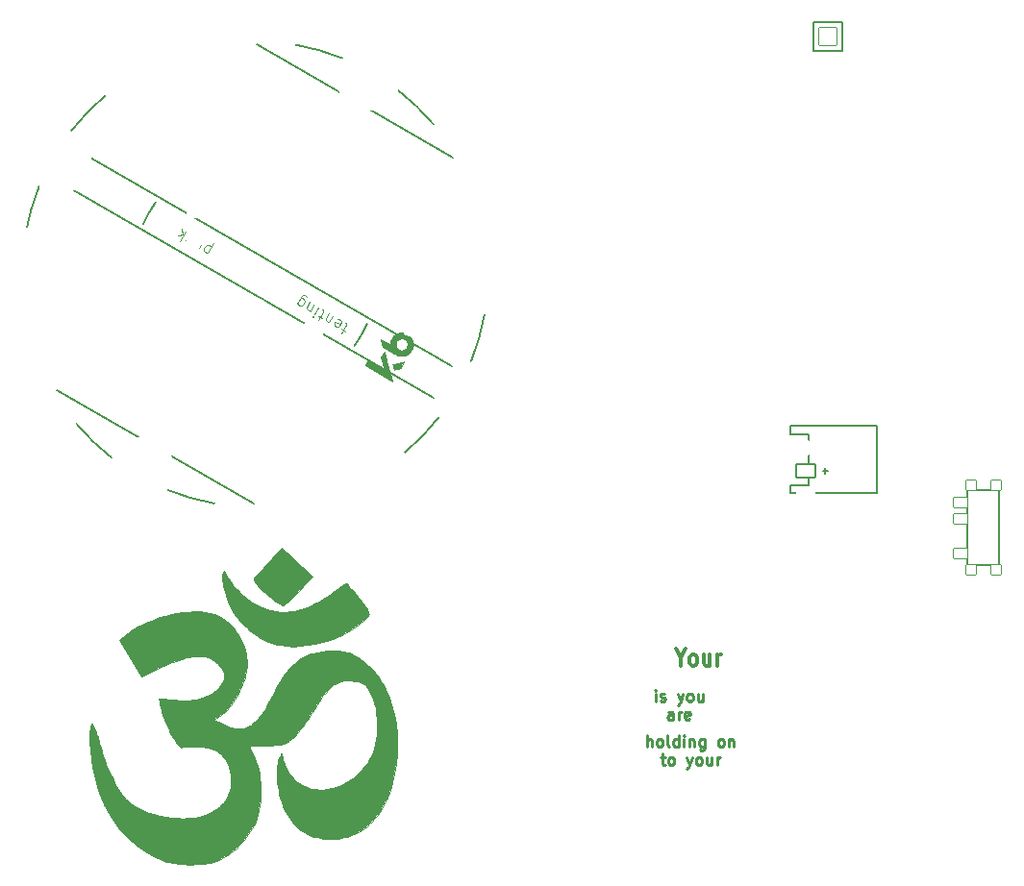
<source format=gto>
G04 #@! TF.GenerationSoftware,KiCad,Pcbnew,(6.0.4)*
G04 #@! TF.CreationDate,2022-07-01T16:06:35-05:00*
G04 #@! TF.ProjectId,om,6f6d2e6b-6963-4616-945f-706362585858,v1.0.0*
G04 #@! TF.SameCoordinates,Original*
G04 #@! TF.FileFunction,Legend,Top*
G04 #@! TF.FilePolarity,Positive*
%FSLAX46Y46*%
G04 Gerber Fmt 4.6, Leading zero omitted, Abs format (unit mm)*
G04 Created by KiCad (PCBNEW (6.0.4)) date 2022-07-01 16:06:35*
%MOMM*%
%LPD*%
G01*
G04 APERTURE LIST*
G04 Aperture macros list*
%AMRoundRect*
0 Rectangle with rounded corners*
0 $1 Rounding radius*
0 $2 $3 $4 $5 $6 $7 $8 $9 X,Y pos of 4 corners*
0 Add a 4 corners polygon primitive as box body*
4,1,4,$2,$3,$4,$5,$6,$7,$8,$9,$2,$3,0*
0 Add four circle primitives for the rounded corners*
1,1,$1+$1,$2,$3*
1,1,$1+$1,$4,$5*
1,1,$1+$1,$6,$7*
1,1,$1+$1,$8,$9*
0 Add four rect primitives between the rounded corners*
20,1,$1+$1,$2,$3,$4,$5,0*
20,1,$1+$1,$4,$5,$6,$7,0*
20,1,$1+$1,$6,$7,$8,$9,0*
20,1,$1+$1,$8,$9,$2,$3,0*%
%AMHorizOval*
0 Thick line with rounded ends*
0 $1 width*
0 $2 $3 position (X,Y) of the first rounded end (center of the circle)*
0 $4 $5 position (X,Y) of the second rounded end (center of the circle)*
0 Add line between two ends*
20,1,$1,$2,$3,$4,$5,0*
0 Add two circle primitives to create the rounded ends*
1,1,$1,$2,$3*
1,1,$1,$4,$5*%
%AMFreePoly0*
4,1,14,0.635355,0.435355,0.650000,0.400000,0.650000,0.200000,0.635355,0.164645,0.035355,-0.435355,0.000000,-0.450000,-0.035355,-0.435355,-0.635355,0.164645,-0.650000,0.200000,-0.650000,0.400000,-0.635355,0.435355,-0.600000,0.450000,0.600000,0.450000,0.635355,0.435355,0.635355,0.435355,$1*%
%AMFreePoly1*
4,1,16,0.635355,1.035355,0.650000,1.000000,0.650000,-0.250000,0.635355,-0.285355,0.600000,-0.300000,-0.600000,-0.300000,-0.635355,-0.285355,-0.650000,-0.250000,-0.650000,1.000000,-0.635355,1.035355,-0.600000,1.050000,-0.564645,1.035355,0.000000,0.470710,0.564645,1.035355,0.600000,1.050000,0.635355,1.035355,0.635355,1.035355,$1*%
G04 Aperture macros list end*
%ADD10C,0.079374*%
%ADD11C,0.250000*%
%ADD12C,0.300000*%
%ADD13C,0.100000*%
%ADD14C,0.150000*%
%ADD15C,0.200000*%
%ADD16C,0.010000*%
%ADD17C,1.100000*%
%ADD18RoundRect,0.050000X-0.450000X0.450000X-0.450000X-0.450000X0.450000X-0.450000X0.450000X0.450000X0*%
%ADD19RoundRect,0.050000X-0.625000X0.450000X-0.625000X-0.450000X0.625000X-0.450000X0.625000X0.450000X0*%
%ADD20C,1.801800*%
%ADD21C,3.529000*%
%ADD22C,2.132000*%
%ADD23RoundRect,0.050000X0.850000X-0.600000X0.850000X0.600000X-0.850000X0.600000X-0.850000X-0.600000X0*%
%ADD24O,1.800000X1.300000*%
%ADD25C,4.500000*%
%ADD26C,1.600000*%
%ADD27O,1.700000X2.300000*%
%ADD28FreePoly0,90.000000*%
%ADD29C,1.700000*%
%ADD30FreePoly0,270.000000*%
%ADD31RoundRect,0.050000X-0.800000X0.800000X-0.800000X-0.800000X0.800000X-0.800000X0.800000X0.800000X0*%
%ADD32FreePoly1,270.000000*%
%ADD33FreePoly1,90.000000*%
%ADD34O,0.400000X6.200000*%
%ADD35O,0.400000X1.300000*%
%ADD36O,11.950000X6.000000*%
%ADD37O,1.100000X6.000000*%
%ADD38O,4.800000X0.400000*%
%ADD39O,12.200000X0.400000*%
%ADD40O,4.800000X1.100000*%
%ADD41HorizOval,0.400000X-5.877549X-0.514219X5.877549X0.514219X0*%
%ADD42HorizOval,1.100000X-0.213532X2.440677X0.213532X-2.440677X0*%
%ADD43HorizOval,0.400000X0.252752X-2.888965X-0.252752X2.888965X0*%
%ADD44HorizOval,6.000000X-2.963679X-0.259288X2.963679X0.259288X0*%
%ADD45HorizOval,0.400000X0.039220X-0.448288X-0.039220X0.448288X0*%
%ADD46HorizOval,1.100000X-1.842960X-0.161238X1.842960X0.161238X0*%
%ADD47HorizOval,0.400000X-2.191628X-0.191743X2.191628X0.191743X0*%
%ADD48RoundRect,0.050000X-0.317500X-0.571500X0.317500X-0.571500X0.317500X0.571500X-0.317500X0.571500X0*%
G04 APERTURE END LIST*
D10*
G36*
X195542301Y-161022797D02*
G01*
X195665640Y-161243032D01*
X195801131Y-161459664D01*
X195948039Y-161672407D01*
X196105631Y-161880976D01*
X196273173Y-162085088D01*
X196449932Y-162284458D01*
X196635175Y-162478801D01*
X196828167Y-162667833D01*
X197028176Y-162851269D01*
X197234467Y-163028824D01*
X197446306Y-163200215D01*
X197662962Y-163365156D01*
X197883698Y-163523363D01*
X198107783Y-163674551D01*
X198334483Y-163818437D01*
X198743964Y-163999087D01*
X199154417Y-164144943D01*
X199566095Y-164255956D01*
X199979255Y-164332075D01*
X200394151Y-164373252D01*
X200811038Y-164379438D01*
X201230171Y-164350584D01*
X201651805Y-164286640D01*
X202076195Y-164187557D01*
X202503596Y-164053287D01*
X202934264Y-163883780D01*
X203368453Y-163678987D01*
X203806418Y-163438858D01*
X204248415Y-163163345D01*
X204694698Y-162852399D01*
X205145522Y-162505970D01*
X205341486Y-162351957D01*
X205527446Y-162212448D01*
X205699109Y-162090198D01*
X205852179Y-161987961D01*
X205982361Y-161908494D01*
X206037527Y-161878159D01*
X206085361Y-161854550D01*
X206125326Y-161838011D01*
X206156885Y-161828886D01*
X206179502Y-161827519D01*
X206187288Y-161829853D01*
X206192638Y-161834256D01*
X206308070Y-162004137D01*
X206431965Y-162170802D01*
X206562690Y-162334959D01*
X206698613Y-162497315D01*
X207261649Y-163142892D01*
X207399084Y-163306864D01*
X207531925Y-163473283D01*
X207658541Y-163642857D01*
X207777298Y-163816294D01*
X207886566Y-163994302D01*
X207984713Y-164177589D01*
X208029105Y-164271433D01*
X208070105Y-164366862D01*
X208107509Y-164463965D01*
X208141112Y-164562831D01*
X208135520Y-164607352D01*
X208119030Y-164656527D01*
X208092071Y-164710071D01*
X208055071Y-164767696D01*
X208008460Y-164829117D01*
X207952664Y-164894046D01*
X207815238Y-165033282D01*
X207646221Y-165183115D01*
X207449043Y-165341249D01*
X207227132Y-165505395D01*
X206983918Y-165673258D01*
X206722828Y-165842546D01*
X206447293Y-166010968D01*
X206160742Y-166176230D01*
X205866602Y-166336041D01*
X205568303Y-166488107D01*
X205269274Y-166630136D01*
X204972944Y-166759836D01*
X204682741Y-166874915D01*
X203987819Y-167060975D01*
X203319927Y-167209444D01*
X202677796Y-167318350D01*
X202060153Y-167385723D01*
X201465729Y-167409595D01*
X200893253Y-167387993D01*
X200341455Y-167318949D01*
X200072912Y-167266021D01*
X199809062Y-167200493D01*
X199549747Y-167122119D01*
X199294806Y-167030653D01*
X199044082Y-166925849D01*
X198797415Y-166807461D01*
X198554647Y-166675242D01*
X198315619Y-166528946D01*
X198080172Y-166368327D01*
X197848147Y-166193138D01*
X197619385Y-166003133D01*
X197393728Y-165798067D01*
X197171017Y-165577692D01*
X196951092Y-165341763D01*
X196518968Y-164822255D01*
X196096085Y-164237575D01*
X195967624Y-164001321D01*
X195846426Y-163745502D01*
X195733419Y-163474921D01*
X195629531Y-163194379D01*
X195535689Y-162908680D01*
X195452821Y-162622627D01*
X195381855Y-162341023D01*
X195323720Y-162068670D01*
X195279342Y-161810371D01*
X195249649Y-161570929D01*
X195235570Y-161355148D01*
X195238032Y-161167830D01*
X195257963Y-161013777D01*
X195274769Y-160950726D01*
X195296290Y-160897793D01*
X195322643Y-160855577D01*
X195353942Y-160824680D01*
X195390305Y-160805702D01*
X195431847Y-160799242D01*
X195542301Y-161022797D01*
G37*
X195542301Y-161022797D02*
X195665640Y-161243032D01*
X195801131Y-161459664D01*
X195948039Y-161672407D01*
X196105631Y-161880976D01*
X196273173Y-162085088D01*
X196449932Y-162284458D01*
X196635175Y-162478801D01*
X196828167Y-162667833D01*
X197028176Y-162851269D01*
X197234467Y-163028824D01*
X197446306Y-163200215D01*
X197662962Y-163365156D01*
X197883698Y-163523363D01*
X198107783Y-163674551D01*
X198334483Y-163818437D01*
X198743964Y-163999087D01*
X199154417Y-164144943D01*
X199566095Y-164255956D01*
X199979255Y-164332075D01*
X200394151Y-164373252D01*
X200811038Y-164379438D01*
X201230171Y-164350584D01*
X201651805Y-164286640D01*
X202076195Y-164187557D01*
X202503596Y-164053287D01*
X202934264Y-163883780D01*
X203368453Y-163678987D01*
X203806418Y-163438858D01*
X204248415Y-163163345D01*
X204694698Y-162852399D01*
X205145522Y-162505970D01*
X205341486Y-162351957D01*
X205527446Y-162212448D01*
X205699109Y-162090198D01*
X205852179Y-161987961D01*
X205982361Y-161908494D01*
X206037527Y-161878159D01*
X206085361Y-161854550D01*
X206125326Y-161838011D01*
X206156885Y-161828886D01*
X206179502Y-161827519D01*
X206187288Y-161829853D01*
X206192638Y-161834256D01*
X206308070Y-162004137D01*
X206431965Y-162170802D01*
X206562690Y-162334959D01*
X206698613Y-162497315D01*
X207261649Y-163142892D01*
X207399084Y-163306864D01*
X207531925Y-163473283D01*
X207658541Y-163642857D01*
X207777298Y-163816294D01*
X207886566Y-163994302D01*
X207984713Y-164177589D01*
X208029105Y-164271433D01*
X208070105Y-164366862D01*
X208107509Y-164463965D01*
X208141112Y-164562831D01*
X208135520Y-164607352D01*
X208119030Y-164656527D01*
X208092071Y-164710071D01*
X208055071Y-164767696D01*
X208008460Y-164829117D01*
X207952664Y-164894046D01*
X207815238Y-165033282D01*
X207646221Y-165183115D01*
X207449043Y-165341249D01*
X207227132Y-165505395D01*
X206983918Y-165673258D01*
X206722828Y-165842546D01*
X206447293Y-166010968D01*
X206160742Y-166176230D01*
X205866602Y-166336041D01*
X205568303Y-166488107D01*
X205269274Y-166630136D01*
X204972944Y-166759836D01*
X204682741Y-166874915D01*
X203987819Y-167060975D01*
X203319927Y-167209444D01*
X202677796Y-167318350D01*
X202060153Y-167385723D01*
X201465729Y-167409595D01*
X200893253Y-167387993D01*
X200341455Y-167318949D01*
X200072912Y-167266021D01*
X199809062Y-167200493D01*
X199549747Y-167122119D01*
X199294806Y-167030653D01*
X199044082Y-166925849D01*
X198797415Y-166807461D01*
X198554647Y-166675242D01*
X198315619Y-166528946D01*
X198080172Y-166368327D01*
X197848147Y-166193138D01*
X197619385Y-166003133D01*
X197393728Y-165798067D01*
X197171017Y-165577692D01*
X196951092Y-165341763D01*
X196518968Y-164822255D01*
X196096085Y-164237575D01*
X195967624Y-164001321D01*
X195846426Y-163745502D01*
X195733419Y-163474921D01*
X195629531Y-163194379D01*
X195535689Y-162908680D01*
X195452821Y-162622627D01*
X195381855Y-162341023D01*
X195323720Y-162068670D01*
X195279342Y-161810371D01*
X195249649Y-161570929D01*
X195235570Y-161355148D01*
X195238032Y-161167830D01*
X195257963Y-161013777D01*
X195274769Y-160950726D01*
X195296290Y-160897793D01*
X195322643Y-160855577D01*
X195353942Y-160824680D01*
X195390305Y-160805702D01*
X195431847Y-160799242D01*
X195542301Y-161022797D01*
G36*
X203197935Y-161268210D02*
G01*
X203025398Y-161417431D01*
X202858003Y-161575134D01*
X202694792Y-161739833D01*
X202534806Y-161910041D01*
X201907976Y-162616237D01*
X201749759Y-162791695D01*
X201589022Y-162963743D01*
X201424808Y-163130896D01*
X201256161Y-163291666D01*
X201082121Y-163444568D01*
X200901732Y-163588115D01*
X200714036Y-163720820D01*
X200518075Y-163841198D01*
X199826420Y-163350631D01*
X199459152Y-163084582D01*
X199276642Y-162945475D01*
X199097352Y-162801975D01*
X198923135Y-162653827D01*
X198755842Y-162500776D01*
X198597327Y-162342569D01*
X198449442Y-162178951D01*
X198314041Y-162009668D01*
X198192975Y-161834465D01*
X198138397Y-161744564D01*
X198088098Y-161653088D01*
X198042309Y-161560005D01*
X198001262Y-161465283D01*
X200462609Y-158736095D01*
X203197935Y-161268210D01*
G37*
X203197935Y-161268210D02*
X203025398Y-161417431D01*
X202858003Y-161575134D01*
X202694792Y-161739833D01*
X202534806Y-161910041D01*
X201907976Y-162616237D01*
X201749759Y-162791695D01*
X201589022Y-162963743D01*
X201424808Y-163130896D01*
X201256161Y-163291666D01*
X201082121Y-163444568D01*
X200901732Y-163588115D01*
X200714036Y-163720820D01*
X200518075Y-163841198D01*
X199826420Y-163350631D01*
X199459152Y-163084582D01*
X199276642Y-162945475D01*
X199097352Y-162801975D01*
X198923135Y-162653827D01*
X198755842Y-162500776D01*
X198597327Y-162342569D01*
X198449442Y-162178951D01*
X198314041Y-162009668D01*
X198192975Y-161834465D01*
X198138397Y-161744564D01*
X198088098Y-161653088D01*
X198042309Y-161560005D01*
X198001262Y-161465283D01*
X200462609Y-158736095D01*
X203197935Y-161268210D01*
G36*
X193258598Y-164359803D02*
G01*
X193710883Y-164402966D01*
X194136332Y-164477931D01*
X194530517Y-164585668D01*
X194700787Y-164647536D01*
X194867979Y-164719520D01*
X195031870Y-164801223D01*
X195192238Y-164892247D01*
X195348860Y-164992195D01*
X195501512Y-165100670D01*
X195649973Y-165217273D01*
X195794019Y-165341609D01*
X195933428Y-165473279D01*
X196067977Y-165611886D01*
X196197444Y-165757033D01*
X196321605Y-165908322D01*
X196440238Y-166065355D01*
X196553121Y-166227737D01*
X196660029Y-166395068D01*
X196760742Y-166566952D01*
X196855036Y-166742991D01*
X196942688Y-166922788D01*
X197023476Y-167105946D01*
X197097177Y-167292067D01*
X197163568Y-167480754D01*
X197222426Y-167671609D01*
X197273529Y-167864235D01*
X197316654Y-168058235D01*
X197351579Y-168253211D01*
X197378080Y-168448766D01*
X197395935Y-168644502D01*
X197404921Y-168840022D01*
X197404815Y-169034929D01*
X197395395Y-169228825D01*
X197376438Y-169421313D01*
X197347722Y-169611996D01*
X197292456Y-169874375D01*
X197218796Y-170146772D01*
X197128356Y-170426365D01*
X197022754Y-170710331D01*
X196903605Y-170995848D01*
X196772524Y-171280092D01*
X196631129Y-171560241D01*
X196481035Y-171833472D01*
X196323858Y-172096962D01*
X196161214Y-172347889D01*
X195994718Y-172583431D01*
X195825988Y-172800763D01*
X195656639Y-172997065D01*
X195488287Y-173169512D01*
X195322548Y-173315282D01*
X195161038Y-173431553D01*
X194430386Y-173894169D01*
X195439630Y-174349273D01*
X195598483Y-174417763D01*
X195753582Y-174478167D01*
X195905086Y-174530396D01*
X196053155Y-174574358D01*
X196197948Y-174609965D01*
X196339625Y-174637126D01*
X196478345Y-174655750D01*
X196614269Y-174665748D01*
X196747556Y-174667029D01*
X196878366Y-174659504D01*
X197006857Y-174643082D01*
X197133191Y-174617672D01*
X197257527Y-174583186D01*
X197380023Y-174539532D01*
X197500841Y-174486621D01*
X197620139Y-174424362D01*
X197738077Y-174352665D01*
X197854816Y-174271440D01*
X197970514Y-174180598D01*
X198085331Y-174080047D01*
X198199427Y-173969697D01*
X198312961Y-173849459D01*
X198426094Y-173719243D01*
X198538985Y-173578957D01*
X198651793Y-173428513D01*
X198764678Y-173267819D01*
X198991319Y-172915324D01*
X199220185Y-172520750D01*
X199452552Y-172083377D01*
X199770521Y-171477179D01*
X200077302Y-170927430D01*
X200375967Y-170431730D01*
X200669585Y-169987682D01*
X200961229Y-169592887D01*
X201253969Y-169244945D01*
X201401709Y-169087794D01*
X201550875Y-168941458D01*
X201701851Y-168805635D01*
X201855020Y-168680027D01*
X202010766Y-168564333D01*
X202169473Y-168458254D01*
X202331525Y-168361489D01*
X202497306Y-168273739D01*
X202667200Y-168194704D01*
X202841590Y-168124084D01*
X203020860Y-168061579D01*
X203205395Y-168006890D01*
X203591792Y-167919758D01*
X204003853Y-167860290D01*
X204444649Y-167826087D01*
X204917249Y-167814749D01*
X205136308Y-167816025D01*
X205338829Y-167820865D01*
X205526622Y-167829802D01*
X205701500Y-167843371D01*
X205865275Y-167862106D01*
X206019759Y-167886541D01*
X206166763Y-167917210D01*
X206308101Y-167954647D01*
X206445582Y-167999386D01*
X206581021Y-168051961D01*
X206716228Y-168112906D01*
X206853015Y-168182755D01*
X206993195Y-168262043D01*
X207138580Y-168351302D01*
X207290980Y-168451068D01*
X207452209Y-168561875D01*
X207656701Y-168712085D01*
X207855203Y-168871800D01*
X208047629Y-169040793D01*
X208233895Y-169218840D01*
X208413918Y-169405716D01*
X208587611Y-169601194D01*
X208754892Y-169805051D01*
X208915674Y-170017059D01*
X209069874Y-170236995D01*
X209217408Y-170464633D01*
X209358190Y-170699748D01*
X209492136Y-170942114D01*
X209739183Y-171447699D01*
X209957873Y-171979586D01*
X210147528Y-172535972D01*
X210307474Y-173115056D01*
X210437034Y-173715035D01*
X210535531Y-174334106D01*
X210602291Y-174970468D01*
X210636635Y-175622319D01*
X210637890Y-176287855D01*
X210605377Y-176965275D01*
X210521039Y-177808487D01*
X210394484Y-178607731D01*
X210226834Y-179361569D01*
X210019216Y-180068560D01*
X209772753Y-180727265D01*
X209488568Y-181336244D01*
X209167788Y-181894058D01*
X208811535Y-182399267D01*
X208620458Y-182631694D01*
X208420934Y-182850431D01*
X208213105Y-183055296D01*
X207997110Y-183246110D01*
X207773090Y-183422693D01*
X207541186Y-183584866D01*
X207301538Y-183732447D01*
X207054287Y-183865258D01*
X206799573Y-183983117D01*
X206537537Y-184085846D01*
X206268320Y-184173264D01*
X205992061Y-184245192D01*
X205708901Y-184301449D01*
X205418982Y-184341855D01*
X205122443Y-184366231D01*
X204819425Y-184374396D01*
X204490690Y-184366975D01*
X204176301Y-184344499D01*
X203875668Y-184306647D01*
X203588204Y-184253100D01*
X203313320Y-184183537D01*
X203050429Y-184097639D01*
X202798943Y-183995086D01*
X202558272Y-183875557D01*
X202327831Y-183738733D01*
X202107029Y-183584294D01*
X201895279Y-183411919D01*
X201691994Y-183221289D01*
X201496584Y-183012083D01*
X201308463Y-182783982D01*
X201127041Y-182536666D01*
X200951731Y-182269814D01*
X200805555Y-182012509D01*
X200670343Y-181729380D01*
X200546658Y-181424397D01*
X200435063Y-181101527D01*
X200336121Y-180764740D01*
X200250394Y-180418003D01*
X200178444Y-180065286D01*
X200120836Y-179710557D01*
X200078131Y-179357784D01*
X200050892Y-179010935D01*
X200039682Y-178673980D01*
X200045064Y-178350887D01*
X200067601Y-178045624D01*
X200107854Y-177762160D01*
X200166388Y-177504463D01*
X200243765Y-177276502D01*
X200318987Y-177097709D01*
X200350762Y-177026453D01*
X200378952Y-176967151D01*
X200403786Y-176919698D01*
X200425493Y-176883989D01*
X200435247Y-176870506D01*
X200444304Y-176859919D01*
X200452695Y-176852216D01*
X200460448Y-176847384D01*
X200467592Y-176845409D01*
X200474154Y-176846278D01*
X200480165Y-176849979D01*
X200485652Y-176856497D01*
X200490645Y-176865821D01*
X200495171Y-176877936D01*
X200502941Y-176910490D01*
X200509191Y-176954053D01*
X200514150Y-177008521D01*
X200518049Y-177073790D01*
X200521116Y-177149753D01*
X200526172Y-177225884D01*
X200536209Y-177304685D01*
X200570527Y-177469299D01*
X200622672Y-177641600D01*
X200691248Y-177819591D01*
X200774855Y-178001275D01*
X200872097Y-178184654D01*
X200981575Y-178367733D01*
X201101892Y-178548513D01*
X201231649Y-178724999D01*
X201369451Y-178895194D01*
X201513898Y-179057100D01*
X201663592Y-179208720D01*
X201817137Y-179348058D01*
X201973135Y-179473117D01*
X202130187Y-179581900D01*
X202286896Y-179672410D01*
X202480886Y-179764476D01*
X202679601Y-179842799D01*
X202882553Y-179907600D01*
X203089256Y-179959100D01*
X203299222Y-179997520D01*
X203511964Y-180023079D01*
X203726993Y-180035999D01*
X203943824Y-180036500D01*
X204161969Y-180024802D01*
X204380940Y-180001126D01*
X204600249Y-179965694D01*
X204819411Y-179918724D01*
X205037936Y-179860438D01*
X205255339Y-179791056D01*
X205471132Y-179710799D01*
X205684826Y-179619888D01*
X205895936Y-179518543D01*
X206103974Y-179406984D01*
X206308451Y-179285432D01*
X206508882Y-179154108D01*
X206704779Y-179013232D01*
X206895653Y-178863025D01*
X207081019Y-178703707D01*
X207260389Y-178535499D01*
X207433274Y-178358621D01*
X207599189Y-178173295D01*
X207757646Y-177979740D01*
X207908157Y-177778177D01*
X208050235Y-177568826D01*
X208183392Y-177351909D01*
X208307142Y-177127646D01*
X208420997Y-176896257D01*
X208570417Y-176520072D01*
X208689026Y-176109493D01*
X208777727Y-175671534D01*
X208837424Y-175213209D01*
X208869021Y-174741534D01*
X208873420Y-174263523D01*
X208851525Y-173786191D01*
X208804240Y-173316553D01*
X208732467Y-172861624D01*
X208637111Y-172428418D01*
X208519074Y-172023950D01*
X208379261Y-171655236D01*
X208218574Y-171329289D01*
X208130685Y-171184545D01*
X208037916Y-171053125D01*
X207940381Y-170935903D01*
X207838192Y-170833758D01*
X207731462Y-170747565D01*
X207620305Y-170678203D01*
X207568642Y-170653133D01*
X207508972Y-170628766D01*
X207442006Y-170605229D01*
X207368455Y-170582646D01*
X207289034Y-170561145D01*
X207204452Y-170540852D01*
X207115423Y-170521893D01*
X207022659Y-170504394D01*
X206926872Y-170488481D01*
X206828773Y-170474280D01*
X206729076Y-170461918D01*
X206628492Y-170451520D01*
X206527732Y-170443214D01*
X206427511Y-170437124D01*
X206328538Y-170433378D01*
X206231528Y-170432101D01*
X206130377Y-170434405D01*
X206030488Y-170441380D01*
X205931754Y-170453123D01*
X205834069Y-170469730D01*
X205737328Y-170491298D01*
X205641427Y-170517924D01*
X205546258Y-170549705D01*
X205451718Y-170586736D01*
X205357699Y-170629114D01*
X205264098Y-170676936D01*
X205170808Y-170730298D01*
X205077724Y-170789297D01*
X204984740Y-170854030D01*
X204891752Y-170924593D01*
X204798653Y-171001082D01*
X204705337Y-171083594D01*
X204611701Y-171172227D01*
X204517638Y-171267075D01*
X204327808Y-171475806D01*
X204135006Y-171710561D01*
X203938387Y-171972112D01*
X203737107Y-172261232D01*
X203530322Y-172578692D01*
X203317189Y-172925265D01*
X203096865Y-173301723D01*
X202929663Y-173581012D01*
X202742335Y-173871569D01*
X202541221Y-174164890D01*
X202332664Y-174452470D01*
X202123004Y-174725803D01*
X201918582Y-174976386D01*
X201725740Y-175195713D01*
X201635643Y-175290998D01*
X201550818Y-175375280D01*
X201422666Y-175495814D01*
X201302833Y-175603075D01*
X201188943Y-175697821D01*
X201078619Y-175780811D01*
X201024052Y-175818134D01*
X200969484Y-175852802D01*
X200914620Y-175884910D01*
X200859161Y-175914554D01*
X200802811Y-175941827D01*
X200745273Y-175966825D01*
X200686249Y-175989642D01*
X200625442Y-176010373D01*
X200562556Y-176029113D01*
X200497293Y-176045957D01*
X200429356Y-176061000D01*
X200358448Y-176074336D01*
X200284271Y-176086060D01*
X200206529Y-176096268D01*
X200039161Y-176112511D01*
X199853965Y-176123824D01*
X199648566Y-176130966D01*
X199420586Y-176134695D01*
X199167648Y-176135769D01*
X197578834Y-176135769D01*
X198092393Y-177276502D01*
X198221207Y-177594104D01*
X198332017Y-177932600D01*
X198424862Y-178288976D01*
X198499781Y-178660217D01*
X198556816Y-179043308D01*
X198596004Y-179435235D01*
X198617385Y-179832983D01*
X198621000Y-180233537D01*
X198606887Y-180633882D01*
X198575087Y-181031004D01*
X198525638Y-181421888D01*
X198458580Y-181803519D01*
X198373953Y-182172883D01*
X198271796Y-182526965D01*
X198152149Y-182862750D01*
X198015052Y-183177223D01*
X197875942Y-183444738D01*
X197717488Y-183711043D01*
X197541475Y-183974512D01*
X197349693Y-184233519D01*
X197143928Y-184486440D01*
X196925968Y-184731649D01*
X196697600Y-184967520D01*
X196460613Y-185192428D01*
X196216793Y-185404748D01*
X195967927Y-185602853D01*
X195715805Y-185785119D01*
X195462212Y-185949919D01*
X195208937Y-186095629D01*
X194957767Y-186220623D01*
X194710490Y-186323276D01*
X194468893Y-186401962D01*
X194228353Y-186461830D01*
X193972069Y-186512662D01*
X193702509Y-186554510D01*
X193422140Y-186587431D01*
X193133431Y-186611478D01*
X192838850Y-186626705D01*
X192540864Y-186633167D01*
X192241943Y-186630919D01*
X191944553Y-186620015D01*
X191651164Y-186600510D01*
X191364243Y-186572457D01*
X191086257Y-186535912D01*
X190819676Y-186490929D01*
X190566968Y-186437561D01*
X190330599Y-186375865D01*
X190113039Y-186305893D01*
X189827836Y-186198328D01*
X189547650Y-186081313D01*
X189002700Y-185819388D01*
X188478930Y-185521025D01*
X187977080Y-185187130D01*
X187497891Y-184818610D01*
X187042103Y-184416372D01*
X186610455Y-183981323D01*
X186203689Y-183514369D01*
X185822546Y-183016416D01*
X185467764Y-182488372D01*
X185140085Y-181931144D01*
X184840249Y-181345637D01*
X184568997Y-180732759D01*
X184327068Y-180093416D01*
X184115204Y-179428516D01*
X183934144Y-178738964D01*
X183862478Y-178408515D01*
X183797773Y-178057833D01*
X183690175Y-177318702D01*
X183613200Y-176567439D01*
X183568700Y-175849913D01*
X183558525Y-175211993D01*
X183566888Y-174937218D01*
X183584526Y-174699546D01*
X183611672Y-174504709D01*
X183648555Y-174358441D01*
X183695409Y-174266475D01*
X183722646Y-174242648D01*
X183752463Y-174234546D01*
X183763333Y-174236784D01*
X183775242Y-174243423D01*
X183788146Y-174254355D01*
X183802003Y-174269470D01*
X183816773Y-174288658D01*
X183832412Y-174311809D01*
X183866132Y-174369563D01*
X183902828Y-174441854D01*
X183942165Y-174527806D01*
X183983806Y-174626541D01*
X184027417Y-174737181D01*
X184072662Y-174858851D01*
X184119205Y-174990671D01*
X184166711Y-175131766D01*
X184214845Y-175281258D01*
X184263270Y-175438269D01*
X184311651Y-175601922D01*
X184359653Y-175771340D01*
X184406940Y-175945646D01*
X184513808Y-176330122D01*
X184629102Y-176710450D01*
X184752210Y-177085358D01*
X184882521Y-177453576D01*
X185019424Y-177813836D01*
X185162307Y-178164865D01*
X185310559Y-178505395D01*
X185463569Y-178834154D01*
X185620725Y-179149874D01*
X185781417Y-179451283D01*
X185945032Y-179737112D01*
X186110960Y-180006090D01*
X186278589Y-180256947D01*
X186447308Y-180488414D01*
X186616506Y-180699219D01*
X186785571Y-180888093D01*
X186932113Y-181032674D01*
X187090902Y-181171535D01*
X187261247Y-181304561D01*
X187442457Y-181431638D01*
X187834702Y-181667483D01*
X188262104Y-181878149D01*
X188719128Y-182062717D01*
X189200239Y-182220265D01*
X189699904Y-182349875D01*
X190212588Y-182450626D01*
X190732757Y-182521597D01*
X191254876Y-182561869D01*
X191773412Y-182570522D01*
X192282829Y-182546634D01*
X192777595Y-182489287D01*
X193252174Y-182397560D01*
X193480164Y-182338516D01*
X193701033Y-182270532D01*
X193914087Y-182193494D01*
X194118636Y-182107285D01*
X194271574Y-182033517D01*
X194418647Y-181953860D01*
X194559779Y-181868513D01*
X194694897Y-181777675D01*
X194823925Y-181681546D01*
X194946788Y-181580323D01*
X195063411Y-181474208D01*
X195173721Y-181363398D01*
X195277641Y-181248093D01*
X195375097Y-181128492D01*
X195466014Y-181004794D01*
X195550318Y-180877199D01*
X195627932Y-180745906D01*
X195698784Y-180611113D01*
X195762797Y-180473020D01*
X195819897Y-180331826D01*
X195870009Y-180187731D01*
X195913059Y-180040932D01*
X195948971Y-179891631D01*
X195977670Y-179740025D01*
X195999082Y-179586314D01*
X196013131Y-179430698D01*
X196019744Y-179273374D01*
X196018845Y-179114543D01*
X196010359Y-178954404D01*
X195994211Y-178793155D01*
X195970327Y-178630997D01*
X195938632Y-178468127D01*
X195899051Y-178304746D01*
X195851509Y-178141052D01*
X195795930Y-177977245D01*
X195732242Y-177813523D01*
X195677785Y-177689720D01*
X195619105Y-177571152D01*
X195556132Y-177457793D01*
X195488796Y-177349618D01*
X195417026Y-177246603D01*
X195340751Y-177148722D01*
X195259902Y-177055951D01*
X195174407Y-176968263D01*
X195084197Y-176885635D01*
X194989201Y-176808040D01*
X194889348Y-176735455D01*
X194784568Y-176667854D01*
X194674792Y-176605211D01*
X194559947Y-176547503D01*
X194439964Y-176494703D01*
X194314773Y-176446787D01*
X194184302Y-176403729D01*
X194048482Y-176365505D01*
X193907243Y-176332090D01*
X193760513Y-176303458D01*
X193608222Y-176279585D01*
X193450300Y-176260444D01*
X193286677Y-176246013D01*
X193117281Y-176236264D01*
X192942044Y-176231174D01*
X192760893Y-176230716D01*
X192573759Y-176234867D01*
X192380572Y-176243601D01*
X192181260Y-176256893D01*
X191975754Y-176274718D01*
X191763983Y-176297050D01*
X191545877Y-176323865D01*
X191482816Y-176251554D01*
X191409334Y-176161933D01*
X191312636Y-176037348D01*
X191196285Y-175878313D01*
X191063843Y-175685338D01*
X190918874Y-175458934D01*
X190764941Y-175199613D01*
X190605608Y-174907886D01*
X190525029Y-174750030D01*
X190444436Y-174584264D01*
X190364274Y-174410653D01*
X190284989Y-174229259D01*
X190207026Y-174040148D01*
X190130831Y-173843383D01*
X190056848Y-173639027D01*
X189985524Y-173427145D01*
X189917303Y-173207801D01*
X189852631Y-172981058D01*
X189791954Y-172746980D01*
X189735717Y-172505632D01*
X189684365Y-172257078D01*
X189638343Y-172001380D01*
X191121144Y-172135836D01*
X191450828Y-172159691D01*
X191769948Y-172170589D01*
X192078196Y-172168620D01*
X192375263Y-172153874D01*
X192660838Y-172126442D01*
X192934614Y-172086414D01*
X193196280Y-172033882D01*
X193445528Y-171968935D01*
X193682048Y-171891665D01*
X193905532Y-171802161D01*
X194115670Y-171700514D01*
X194312153Y-171586815D01*
X194494672Y-171461154D01*
X194662917Y-171323621D01*
X194816580Y-171174309D01*
X194955351Y-171013306D01*
X195070775Y-170862298D01*
X195170385Y-170721784D01*
X195254114Y-170590238D01*
X195290003Y-170527353D01*
X195321896Y-170466139D01*
X195349785Y-170406405D01*
X195373662Y-170347961D01*
X195393518Y-170290617D01*
X195409346Y-170234182D01*
X195421136Y-170178465D01*
X195428881Y-170123277D01*
X195432572Y-170068426D01*
X195432200Y-170013722D01*
X195427758Y-169958976D01*
X195419236Y-169903995D01*
X195406627Y-169848591D01*
X195389922Y-169792572D01*
X195369113Y-169735748D01*
X195344191Y-169677928D01*
X195315148Y-169618922D01*
X195281975Y-169558540D01*
X195244665Y-169496591D01*
X195203209Y-169432885D01*
X195107824Y-169299438D01*
X194995753Y-169156677D01*
X194866931Y-169003076D01*
X194765432Y-168892492D01*
X194658809Y-168790956D01*
X194546859Y-168698502D01*
X194429380Y-168615164D01*
X194306171Y-168540974D01*
X194177030Y-168475966D01*
X194041754Y-168420173D01*
X193900142Y-168373627D01*
X193751991Y-168336362D01*
X193597101Y-168308412D01*
X193435268Y-168289808D01*
X193266290Y-168280585D01*
X193089967Y-168280775D01*
X192906096Y-168290412D01*
X192714474Y-168309529D01*
X192514901Y-168338158D01*
X192307174Y-168376334D01*
X192091090Y-168424088D01*
X191866449Y-168481454D01*
X191633048Y-168548466D01*
X191390686Y-168625156D01*
X191139159Y-168711558D01*
X190607808Y-168913629D01*
X190037378Y-169154943D01*
X189426254Y-169435766D01*
X188772820Y-169756363D01*
X188075462Y-170116999D01*
X186138320Y-166869764D01*
X186950445Y-166250323D01*
X187348868Y-165968521D01*
X187777989Y-165705885D01*
X188233381Y-165463387D01*
X188710620Y-165241998D01*
X189205279Y-165042691D01*
X189712933Y-164866437D01*
X190229155Y-164714209D01*
X190749521Y-164586978D01*
X191269605Y-164485717D01*
X191784980Y-164411397D01*
X192291221Y-164364990D01*
X192783902Y-164347468D01*
X193258598Y-164359803D01*
G37*
X193258598Y-164359803D02*
X193710883Y-164402966D01*
X194136332Y-164477931D01*
X194530517Y-164585668D01*
X194700787Y-164647536D01*
X194867979Y-164719520D01*
X195031870Y-164801223D01*
X195192238Y-164892247D01*
X195348860Y-164992195D01*
X195501512Y-165100670D01*
X195649973Y-165217273D01*
X195794019Y-165341609D01*
X195933428Y-165473279D01*
X196067977Y-165611886D01*
X196197444Y-165757033D01*
X196321605Y-165908322D01*
X196440238Y-166065355D01*
X196553121Y-166227737D01*
X196660029Y-166395068D01*
X196760742Y-166566952D01*
X196855036Y-166742991D01*
X196942688Y-166922788D01*
X197023476Y-167105946D01*
X197097177Y-167292067D01*
X197163568Y-167480754D01*
X197222426Y-167671609D01*
X197273529Y-167864235D01*
X197316654Y-168058235D01*
X197351579Y-168253211D01*
X197378080Y-168448766D01*
X197395935Y-168644502D01*
X197404921Y-168840022D01*
X197404815Y-169034929D01*
X197395395Y-169228825D01*
X197376438Y-169421313D01*
X197347722Y-169611996D01*
X197292456Y-169874375D01*
X197218796Y-170146772D01*
X197128356Y-170426365D01*
X197022754Y-170710331D01*
X196903605Y-170995848D01*
X196772524Y-171280092D01*
X196631129Y-171560241D01*
X196481035Y-171833472D01*
X196323858Y-172096962D01*
X196161214Y-172347889D01*
X195994718Y-172583431D01*
X195825988Y-172800763D01*
X195656639Y-172997065D01*
X195488287Y-173169512D01*
X195322548Y-173315282D01*
X195161038Y-173431553D01*
X194430386Y-173894169D01*
X195439630Y-174349273D01*
X195598483Y-174417763D01*
X195753582Y-174478167D01*
X195905086Y-174530396D01*
X196053155Y-174574358D01*
X196197948Y-174609965D01*
X196339625Y-174637126D01*
X196478345Y-174655750D01*
X196614269Y-174665748D01*
X196747556Y-174667029D01*
X196878366Y-174659504D01*
X197006857Y-174643082D01*
X197133191Y-174617672D01*
X197257527Y-174583186D01*
X197380023Y-174539532D01*
X197500841Y-174486621D01*
X197620139Y-174424362D01*
X197738077Y-174352665D01*
X197854816Y-174271440D01*
X197970514Y-174180598D01*
X198085331Y-174080047D01*
X198199427Y-173969697D01*
X198312961Y-173849459D01*
X198426094Y-173719243D01*
X198538985Y-173578957D01*
X198651793Y-173428513D01*
X198764678Y-173267819D01*
X198991319Y-172915324D01*
X199220185Y-172520750D01*
X199452552Y-172083377D01*
X199770521Y-171477179D01*
X200077302Y-170927430D01*
X200375967Y-170431730D01*
X200669585Y-169987682D01*
X200961229Y-169592887D01*
X201253969Y-169244945D01*
X201401709Y-169087794D01*
X201550875Y-168941458D01*
X201701851Y-168805635D01*
X201855020Y-168680027D01*
X202010766Y-168564333D01*
X202169473Y-168458254D01*
X202331525Y-168361489D01*
X202497306Y-168273739D01*
X202667200Y-168194704D01*
X202841590Y-168124084D01*
X203020860Y-168061579D01*
X203205395Y-168006890D01*
X203591792Y-167919758D01*
X204003853Y-167860290D01*
X204444649Y-167826087D01*
X204917249Y-167814749D01*
X205136308Y-167816025D01*
X205338829Y-167820865D01*
X205526622Y-167829802D01*
X205701500Y-167843371D01*
X205865275Y-167862106D01*
X206019759Y-167886541D01*
X206166763Y-167917210D01*
X206308101Y-167954647D01*
X206445582Y-167999386D01*
X206581021Y-168051961D01*
X206716228Y-168112906D01*
X206853015Y-168182755D01*
X206993195Y-168262043D01*
X207138580Y-168351302D01*
X207290980Y-168451068D01*
X207452209Y-168561875D01*
X207656701Y-168712085D01*
X207855203Y-168871800D01*
X208047629Y-169040793D01*
X208233895Y-169218840D01*
X208413918Y-169405716D01*
X208587611Y-169601194D01*
X208754892Y-169805051D01*
X208915674Y-170017059D01*
X209069874Y-170236995D01*
X209217408Y-170464633D01*
X209358190Y-170699748D01*
X209492136Y-170942114D01*
X209739183Y-171447699D01*
X209957873Y-171979586D01*
X210147528Y-172535972D01*
X210307474Y-173115056D01*
X210437034Y-173715035D01*
X210535531Y-174334106D01*
X210602291Y-174970468D01*
X210636635Y-175622319D01*
X210637890Y-176287855D01*
X210605377Y-176965275D01*
X210521039Y-177808487D01*
X210394484Y-178607731D01*
X210226834Y-179361569D01*
X210019216Y-180068560D01*
X209772753Y-180727265D01*
X209488568Y-181336244D01*
X209167788Y-181894058D01*
X208811535Y-182399267D01*
X208620458Y-182631694D01*
X208420934Y-182850431D01*
X208213105Y-183055296D01*
X207997110Y-183246110D01*
X207773090Y-183422693D01*
X207541186Y-183584866D01*
X207301538Y-183732447D01*
X207054287Y-183865258D01*
X206799573Y-183983117D01*
X206537537Y-184085846D01*
X206268320Y-184173264D01*
X205992061Y-184245192D01*
X205708901Y-184301449D01*
X205418982Y-184341855D01*
X205122443Y-184366231D01*
X204819425Y-184374396D01*
X204490690Y-184366975D01*
X204176301Y-184344499D01*
X203875668Y-184306647D01*
X203588204Y-184253100D01*
X203313320Y-184183537D01*
X203050429Y-184097639D01*
X202798943Y-183995086D01*
X202558272Y-183875557D01*
X202327831Y-183738733D01*
X202107029Y-183584294D01*
X201895279Y-183411919D01*
X201691994Y-183221289D01*
X201496584Y-183012083D01*
X201308463Y-182783982D01*
X201127041Y-182536666D01*
X200951731Y-182269814D01*
X200805555Y-182012509D01*
X200670343Y-181729380D01*
X200546658Y-181424397D01*
X200435063Y-181101527D01*
X200336121Y-180764740D01*
X200250394Y-180418003D01*
X200178444Y-180065286D01*
X200120836Y-179710557D01*
X200078131Y-179357784D01*
X200050892Y-179010935D01*
X200039682Y-178673980D01*
X200045064Y-178350887D01*
X200067601Y-178045624D01*
X200107854Y-177762160D01*
X200166388Y-177504463D01*
X200243765Y-177276502D01*
X200318987Y-177097709D01*
X200350762Y-177026453D01*
X200378952Y-176967151D01*
X200403786Y-176919698D01*
X200425493Y-176883989D01*
X200435247Y-176870506D01*
X200444304Y-176859919D01*
X200452695Y-176852216D01*
X200460448Y-176847384D01*
X200467592Y-176845409D01*
X200474154Y-176846278D01*
X200480165Y-176849979D01*
X200485652Y-176856497D01*
X200490645Y-176865821D01*
X200495171Y-176877936D01*
X200502941Y-176910490D01*
X200509191Y-176954053D01*
X200514150Y-177008521D01*
X200518049Y-177073790D01*
X200521116Y-177149753D01*
X200526172Y-177225884D01*
X200536209Y-177304685D01*
X200570527Y-177469299D01*
X200622672Y-177641600D01*
X200691248Y-177819591D01*
X200774855Y-178001275D01*
X200872097Y-178184654D01*
X200981575Y-178367733D01*
X201101892Y-178548513D01*
X201231649Y-178724999D01*
X201369451Y-178895194D01*
X201513898Y-179057100D01*
X201663592Y-179208720D01*
X201817137Y-179348058D01*
X201973135Y-179473117D01*
X202130187Y-179581900D01*
X202286896Y-179672410D01*
X202480886Y-179764476D01*
X202679601Y-179842799D01*
X202882553Y-179907600D01*
X203089256Y-179959100D01*
X203299222Y-179997520D01*
X203511964Y-180023079D01*
X203726993Y-180035999D01*
X203943824Y-180036500D01*
X204161969Y-180024802D01*
X204380940Y-180001126D01*
X204600249Y-179965694D01*
X204819411Y-179918724D01*
X205037936Y-179860438D01*
X205255339Y-179791056D01*
X205471132Y-179710799D01*
X205684826Y-179619888D01*
X205895936Y-179518543D01*
X206103974Y-179406984D01*
X206308451Y-179285432D01*
X206508882Y-179154108D01*
X206704779Y-179013232D01*
X206895653Y-178863025D01*
X207081019Y-178703707D01*
X207260389Y-178535499D01*
X207433274Y-178358621D01*
X207599189Y-178173295D01*
X207757646Y-177979740D01*
X207908157Y-177778177D01*
X208050235Y-177568826D01*
X208183392Y-177351909D01*
X208307142Y-177127646D01*
X208420997Y-176896257D01*
X208570417Y-176520072D01*
X208689026Y-176109493D01*
X208777727Y-175671534D01*
X208837424Y-175213209D01*
X208869021Y-174741534D01*
X208873420Y-174263523D01*
X208851525Y-173786191D01*
X208804240Y-173316553D01*
X208732467Y-172861624D01*
X208637111Y-172428418D01*
X208519074Y-172023950D01*
X208379261Y-171655236D01*
X208218574Y-171329289D01*
X208130685Y-171184545D01*
X208037916Y-171053125D01*
X207940381Y-170935903D01*
X207838192Y-170833758D01*
X207731462Y-170747565D01*
X207620305Y-170678203D01*
X207568642Y-170653133D01*
X207508972Y-170628766D01*
X207442006Y-170605229D01*
X207368455Y-170582646D01*
X207289034Y-170561145D01*
X207204452Y-170540852D01*
X207115423Y-170521893D01*
X207022659Y-170504394D01*
X206926872Y-170488481D01*
X206828773Y-170474280D01*
X206729076Y-170461918D01*
X206628492Y-170451520D01*
X206527732Y-170443214D01*
X206427511Y-170437124D01*
X206328538Y-170433378D01*
X206231528Y-170432101D01*
X206130377Y-170434405D01*
X206030488Y-170441380D01*
X205931754Y-170453123D01*
X205834069Y-170469730D01*
X205737328Y-170491298D01*
X205641427Y-170517924D01*
X205546258Y-170549705D01*
X205451718Y-170586736D01*
X205357699Y-170629114D01*
X205264098Y-170676936D01*
X205170808Y-170730298D01*
X205077724Y-170789297D01*
X204984740Y-170854030D01*
X204891752Y-170924593D01*
X204798653Y-171001082D01*
X204705337Y-171083594D01*
X204611701Y-171172227D01*
X204517638Y-171267075D01*
X204327808Y-171475806D01*
X204135006Y-171710561D01*
X203938387Y-171972112D01*
X203737107Y-172261232D01*
X203530322Y-172578692D01*
X203317189Y-172925265D01*
X203096865Y-173301723D01*
X202929663Y-173581012D01*
X202742335Y-173871569D01*
X202541221Y-174164890D01*
X202332664Y-174452470D01*
X202123004Y-174725803D01*
X201918582Y-174976386D01*
X201725740Y-175195713D01*
X201635643Y-175290998D01*
X201550818Y-175375280D01*
X201422666Y-175495814D01*
X201302833Y-175603075D01*
X201188943Y-175697821D01*
X201078619Y-175780811D01*
X201024052Y-175818134D01*
X200969484Y-175852802D01*
X200914620Y-175884910D01*
X200859161Y-175914554D01*
X200802811Y-175941827D01*
X200745273Y-175966825D01*
X200686249Y-175989642D01*
X200625442Y-176010373D01*
X200562556Y-176029113D01*
X200497293Y-176045957D01*
X200429356Y-176061000D01*
X200358448Y-176074336D01*
X200284271Y-176086060D01*
X200206529Y-176096268D01*
X200039161Y-176112511D01*
X199853965Y-176123824D01*
X199648566Y-176130966D01*
X199420586Y-176134695D01*
X199167648Y-176135769D01*
X197578834Y-176135769D01*
X198092393Y-177276502D01*
X198221207Y-177594104D01*
X198332017Y-177932600D01*
X198424862Y-178288976D01*
X198499781Y-178660217D01*
X198556816Y-179043308D01*
X198596004Y-179435235D01*
X198617385Y-179832983D01*
X198621000Y-180233537D01*
X198606887Y-180633882D01*
X198575087Y-181031004D01*
X198525638Y-181421888D01*
X198458580Y-181803519D01*
X198373953Y-182172883D01*
X198271796Y-182526965D01*
X198152149Y-182862750D01*
X198015052Y-183177223D01*
X197875942Y-183444738D01*
X197717488Y-183711043D01*
X197541475Y-183974512D01*
X197349693Y-184233519D01*
X197143928Y-184486440D01*
X196925968Y-184731649D01*
X196697600Y-184967520D01*
X196460613Y-185192428D01*
X196216793Y-185404748D01*
X195967927Y-185602853D01*
X195715805Y-185785119D01*
X195462212Y-185949919D01*
X195208937Y-186095629D01*
X194957767Y-186220623D01*
X194710490Y-186323276D01*
X194468893Y-186401962D01*
X194228353Y-186461830D01*
X193972069Y-186512662D01*
X193702509Y-186554510D01*
X193422140Y-186587431D01*
X193133431Y-186611478D01*
X192838850Y-186626705D01*
X192540864Y-186633167D01*
X192241943Y-186630919D01*
X191944553Y-186620015D01*
X191651164Y-186600510D01*
X191364243Y-186572457D01*
X191086257Y-186535912D01*
X190819676Y-186490929D01*
X190566968Y-186437561D01*
X190330599Y-186375865D01*
X190113039Y-186305893D01*
X189827836Y-186198328D01*
X189547650Y-186081313D01*
X189002700Y-185819388D01*
X188478930Y-185521025D01*
X187977080Y-185187130D01*
X187497891Y-184818610D01*
X187042103Y-184416372D01*
X186610455Y-183981323D01*
X186203689Y-183514369D01*
X185822546Y-183016416D01*
X185467764Y-182488372D01*
X185140085Y-181931144D01*
X184840249Y-181345637D01*
X184568997Y-180732759D01*
X184327068Y-180093416D01*
X184115204Y-179428516D01*
X183934144Y-178738964D01*
X183862478Y-178408515D01*
X183797773Y-178057833D01*
X183690175Y-177318702D01*
X183613200Y-176567439D01*
X183568700Y-175849913D01*
X183558525Y-175211993D01*
X183566888Y-174937218D01*
X183584526Y-174699546D01*
X183611672Y-174504709D01*
X183648555Y-174358441D01*
X183695409Y-174266475D01*
X183722646Y-174242648D01*
X183752463Y-174234546D01*
X183763333Y-174236784D01*
X183775242Y-174243423D01*
X183788146Y-174254355D01*
X183802003Y-174269470D01*
X183816773Y-174288658D01*
X183832412Y-174311809D01*
X183866132Y-174369563D01*
X183902828Y-174441854D01*
X183942165Y-174527806D01*
X183983806Y-174626541D01*
X184027417Y-174737181D01*
X184072662Y-174858851D01*
X184119205Y-174990671D01*
X184166711Y-175131766D01*
X184214845Y-175281258D01*
X184263270Y-175438269D01*
X184311651Y-175601922D01*
X184359653Y-175771340D01*
X184406940Y-175945646D01*
X184513808Y-176330122D01*
X184629102Y-176710450D01*
X184752210Y-177085358D01*
X184882521Y-177453576D01*
X185019424Y-177813836D01*
X185162307Y-178164865D01*
X185310559Y-178505395D01*
X185463569Y-178834154D01*
X185620725Y-179149874D01*
X185781417Y-179451283D01*
X185945032Y-179737112D01*
X186110960Y-180006090D01*
X186278589Y-180256947D01*
X186447308Y-180488414D01*
X186616506Y-180699219D01*
X186785571Y-180888093D01*
X186932113Y-181032674D01*
X187090902Y-181171535D01*
X187261247Y-181304561D01*
X187442457Y-181431638D01*
X187834702Y-181667483D01*
X188262104Y-181878149D01*
X188719128Y-182062717D01*
X189200239Y-182220265D01*
X189699904Y-182349875D01*
X190212588Y-182450626D01*
X190732757Y-182521597D01*
X191254876Y-182561869D01*
X191773412Y-182570522D01*
X192282829Y-182546634D01*
X192777595Y-182489287D01*
X193252174Y-182397560D01*
X193480164Y-182338516D01*
X193701033Y-182270532D01*
X193914087Y-182193494D01*
X194118636Y-182107285D01*
X194271574Y-182033517D01*
X194418647Y-181953860D01*
X194559779Y-181868513D01*
X194694897Y-181777675D01*
X194823925Y-181681546D01*
X194946788Y-181580323D01*
X195063411Y-181474208D01*
X195173721Y-181363398D01*
X195277641Y-181248093D01*
X195375097Y-181128492D01*
X195466014Y-181004794D01*
X195550318Y-180877199D01*
X195627932Y-180745906D01*
X195698784Y-180611113D01*
X195762797Y-180473020D01*
X195819897Y-180331826D01*
X195870009Y-180187731D01*
X195913059Y-180040932D01*
X195948971Y-179891631D01*
X195977670Y-179740025D01*
X195999082Y-179586314D01*
X196013131Y-179430698D01*
X196019744Y-179273374D01*
X196018845Y-179114543D01*
X196010359Y-178954404D01*
X195994211Y-178793155D01*
X195970327Y-178630997D01*
X195938632Y-178468127D01*
X195899051Y-178304746D01*
X195851509Y-178141052D01*
X195795930Y-177977245D01*
X195732242Y-177813523D01*
X195677785Y-177689720D01*
X195619105Y-177571152D01*
X195556132Y-177457793D01*
X195488796Y-177349618D01*
X195417026Y-177246603D01*
X195340751Y-177148722D01*
X195259902Y-177055951D01*
X195174407Y-176968263D01*
X195084197Y-176885635D01*
X194989201Y-176808040D01*
X194889348Y-176735455D01*
X194784568Y-176667854D01*
X194674792Y-176605211D01*
X194559947Y-176547503D01*
X194439964Y-176494703D01*
X194314773Y-176446787D01*
X194184302Y-176403729D01*
X194048482Y-176365505D01*
X193907243Y-176332090D01*
X193760513Y-176303458D01*
X193608222Y-176279585D01*
X193450300Y-176260444D01*
X193286677Y-176246013D01*
X193117281Y-176236264D01*
X192942044Y-176231174D01*
X192760893Y-176230716D01*
X192573759Y-176234867D01*
X192380572Y-176243601D01*
X192181260Y-176256893D01*
X191975754Y-176274718D01*
X191763983Y-176297050D01*
X191545877Y-176323865D01*
X191482816Y-176251554D01*
X191409334Y-176161933D01*
X191312636Y-176037348D01*
X191196285Y-175878313D01*
X191063843Y-175685338D01*
X190918874Y-175458934D01*
X190764941Y-175199613D01*
X190605608Y-174907886D01*
X190525029Y-174750030D01*
X190444436Y-174584264D01*
X190364274Y-174410653D01*
X190284989Y-174229259D01*
X190207026Y-174040148D01*
X190130831Y-173843383D01*
X190056848Y-173639027D01*
X189985524Y-173427145D01*
X189917303Y-173207801D01*
X189852631Y-172981058D01*
X189791954Y-172746980D01*
X189735717Y-172505632D01*
X189684365Y-172257078D01*
X189638343Y-172001380D01*
X191121144Y-172135836D01*
X191450828Y-172159691D01*
X191769948Y-172170589D01*
X192078196Y-172168620D01*
X192375263Y-172153874D01*
X192660838Y-172126442D01*
X192934614Y-172086414D01*
X193196280Y-172033882D01*
X193445528Y-171968935D01*
X193682048Y-171891665D01*
X193905532Y-171802161D01*
X194115670Y-171700514D01*
X194312153Y-171586815D01*
X194494672Y-171461154D01*
X194662917Y-171323621D01*
X194816580Y-171174309D01*
X194955351Y-171013306D01*
X195070775Y-170862298D01*
X195170385Y-170721784D01*
X195254114Y-170590238D01*
X195290003Y-170527353D01*
X195321896Y-170466139D01*
X195349785Y-170406405D01*
X195373662Y-170347961D01*
X195393518Y-170290617D01*
X195409346Y-170234182D01*
X195421136Y-170178465D01*
X195428881Y-170123277D01*
X195432572Y-170068426D01*
X195432200Y-170013722D01*
X195427758Y-169958976D01*
X195419236Y-169903995D01*
X195406627Y-169848591D01*
X195389922Y-169792572D01*
X195369113Y-169735748D01*
X195344191Y-169677928D01*
X195315148Y-169618922D01*
X195281975Y-169558540D01*
X195244665Y-169496591D01*
X195203209Y-169432885D01*
X195107824Y-169299438D01*
X194995753Y-169156677D01*
X194866931Y-169003076D01*
X194765432Y-168892492D01*
X194658809Y-168790956D01*
X194546859Y-168698502D01*
X194429380Y-168615164D01*
X194306171Y-168540974D01*
X194177030Y-168475966D01*
X194041754Y-168420173D01*
X193900142Y-168373627D01*
X193751991Y-168336362D01*
X193597101Y-168308412D01*
X193435268Y-168289808D01*
X193266290Y-168280585D01*
X193089967Y-168280775D01*
X192906096Y-168290412D01*
X192714474Y-168309529D01*
X192514901Y-168338158D01*
X192307174Y-168376334D01*
X192091090Y-168424088D01*
X191866449Y-168481454D01*
X191633048Y-168548466D01*
X191390686Y-168625156D01*
X191139159Y-168711558D01*
X190607808Y-168913629D01*
X190037378Y-169154943D01*
X189426254Y-169435766D01*
X188772820Y-169756363D01*
X188075462Y-170116999D01*
X186138320Y-166869764D01*
X186950445Y-166250323D01*
X187348868Y-165968521D01*
X187777989Y-165705885D01*
X188233381Y-165463387D01*
X188710620Y-165241998D01*
X189205279Y-165042691D01*
X189712933Y-164866437D01*
X190229155Y-164714209D01*
X190749521Y-164586978D01*
X191269605Y-164485717D01*
X191784980Y-164411397D01*
X192291221Y-164364990D01*
X192783902Y-164347468D01*
X193258598Y-164359803D01*
D11*
X233387590Y-172246687D02*
X233387590Y-171580021D01*
X233387590Y-171246687D02*
X233339971Y-171294307D01*
X233387590Y-171341926D01*
X233435209Y-171294307D01*
X233387590Y-171246687D01*
X233387590Y-171341926D01*
X233816161Y-172199068D02*
X233911399Y-172246687D01*
X234101876Y-172246687D01*
X234197114Y-172199068D01*
X234244733Y-172103830D01*
X234244733Y-172056211D01*
X234197114Y-171960973D01*
X234101876Y-171913354D01*
X233959019Y-171913354D01*
X233863780Y-171865735D01*
X233816161Y-171770497D01*
X233816161Y-171722878D01*
X233863780Y-171627640D01*
X233959019Y-171580021D01*
X234101876Y-171580021D01*
X234197114Y-171627640D01*
X235339971Y-171580021D02*
X235578066Y-172246687D01*
X235816161Y-171580021D02*
X235578066Y-172246687D01*
X235482828Y-172484783D01*
X235435209Y-172532402D01*
X235339971Y-172580021D01*
X236339971Y-172246687D02*
X236244733Y-172199068D01*
X236197114Y-172151449D01*
X236149495Y-172056211D01*
X236149495Y-171770497D01*
X236197114Y-171675259D01*
X236244733Y-171627640D01*
X236339971Y-171580021D01*
X236482828Y-171580021D01*
X236578066Y-171627640D01*
X236625685Y-171675259D01*
X236673304Y-171770497D01*
X236673304Y-172056211D01*
X236625685Y-172151449D01*
X236578066Y-172199068D01*
X236482828Y-172246687D01*
X236339971Y-172246687D01*
X237530447Y-171580021D02*
X237530447Y-172246687D01*
X237101876Y-171580021D02*
X237101876Y-172103830D01*
X237149495Y-172199068D01*
X237244733Y-172246687D01*
X237387590Y-172246687D01*
X237482828Y-172199068D01*
X237530447Y-172151449D01*
X234935209Y-173856687D02*
X234935209Y-173332878D01*
X234887590Y-173237640D01*
X234792352Y-173190021D01*
X234601876Y-173190021D01*
X234506638Y-173237640D01*
X234935209Y-173809068D02*
X234839971Y-173856687D01*
X234601876Y-173856687D01*
X234506638Y-173809068D01*
X234459019Y-173713830D01*
X234459019Y-173618592D01*
X234506638Y-173523354D01*
X234601876Y-173475735D01*
X234839971Y-173475735D01*
X234935209Y-173428116D01*
X235411399Y-173856687D02*
X235411399Y-173190021D01*
X235411399Y-173380497D02*
X235459019Y-173285259D01*
X235506638Y-173237640D01*
X235601876Y-173190021D01*
X235697114Y-173190021D01*
X236411399Y-173809068D02*
X236316161Y-173856687D01*
X236125685Y-173856687D01*
X236030447Y-173809068D01*
X235982828Y-173713830D01*
X235982828Y-173332878D01*
X236030447Y-173237640D01*
X236125685Y-173190021D01*
X236316161Y-173190021D01*
X236411399Y-173237640D01*
X236459019Y-173332878D01*
X236459019Y-173428116D01*
X235982828Y-173523354D01*
D12*
X235581428Y-168424285D02*
X235581428Y-169138571D01*
X235148095Y-167638571D02*
X235581428Y-168424285D01*
X236014761Y-167638571D01*
X236633809Y-169138571D02*
X236510000Y-169067142D01*
X236448095Y-168995714D01*
X236386190Y-168852857D01*
X236386190Y-168424285D01*
X236448095Y-168281428D01*
X236510000Y-168210000D01*
X236633809Y-168138571D01*
X236819523Y-168138571D01*
X236943333Y-168210000D01*
X237005238Y-168281428D01*
X237067142Y-168424285D01*
X237067142Y-168852857D01*
X237005238Y-168995714D01*
X236943333Y-169067142D01*
X236819523Y-169138571D01*
X236633809Y-169138571D01*
X238181428Y-168138571D02*
X238181428Y-169138571D01*
X237624285Y-168138571D02*
X237624285Y-168924285D01*
X237686190Y-169067142D01*
X237810000Y-169138571D01*
X237995714Y-169138571D01*
X238119523Y-169067142D01*
X238181428Y-168995714D01*
X238800476Y-169138571D02*
X238800476Y-168138571D01*
X238800476Y-168424285D02*
X238862380Y-168281428D01*
X238924285Y-168210000D01*
X239048095Y-168138571D01*
X239171904Y-168138571D01*
D11*
X232649495Y-176246687D02*
X232649495Y-175246687D01*
X233078066Y-176246687D02*
X233078066Y-175722878D01*
X233030447Y-175627640D01*
X232935209Y-175580021D01*
X232792352Y-175580021D01*
X232697114Y-175627640D01*
X232649495Y-175675259D01*
X233697114Y-176246687D02*
X233601876Y-176199068D01*
X233554257Y-176151449D01*
X233506638Y-176056211D01*
X233506638Y-175770497D01*
X233554257Y-175675259D01*
X233601876Y-175627640D01*
X233697114Y-175580021D01*
X233839971Y-175580021D01*
X233935209Y-175627640D01*
X233982828Y-175675259D01*
X234030447Y-175770497D01*
X234030447Y-176056211D01*
X233982828Y-176151449D01*
X233935209Y-176199068D01*
X233839971Y-176246687D01*
X233697114Y-176246687D01*
X234601876Y-176246687D02*
X234506638Y-176199068D01*
X234459019Y-176103830D01*
X234459019Y-175246687D01*
X235411399Y-176246687D02*
X235411399Y-175246687D01*
X235411399Y-176199068D02*
X235316161Y-176246687D01*
X235125685Y-176246687D01*
X235030447Y-176199068D01*
X234982828Y-176151449D01*
X234935209Y-176056211D01*
X234935209Y-175770497D01*
X234982828Y-175675259D01*
X235030447Y-175627640D01*
X235125685Y-175580021D01*
X235316161Y-175580021D01*
X235411399Y-175627640D01*
X235887590Y-176246687D02*
X235887590Y-175580021D01*
X235887590Y-175246687D02*
X235839971Y-175294307D01*
X235887590Y-175341926D01*
X235935209Y-175294307D01*
X235887590Y-175246687D01*
X235887590Y-175341926D01*
X236363780Y-175580021D02*
X236363780Y-176246687D01*
X236363780Y-175675259D02*
X236411399Y-175627640D01*
X236506638Y-175580021D01*
X236649495Y-175580021D01*
X236744733Y-175627640D01*
X236792352Y-175722878D01*
X236792352Y-176246687D01*
X237697114Y-175580021D02*
X237697114Y-176389545D01*
X237649495Y-176484783D01*
X237601876Y-176532402D01*
X237506638Y-176580021D01*
X237363780Y-176580021D01*
X237268542Y-176532402D01*
X237697114Y-176199068D02*
X237601876Y-176246687D01*
X237411399Y-176246687D01*
X237316161Y-176199068D01*
X237268542Y-176151449D01*
X237220923Y-176056211D01*
X237220923Y-175770497D01*
X237268542Y-175675259D01*
X237316161Y-175627640D01*
X237411399Y-175580021D01*
X237601876Y-175580021D01*
X237697114Y-175627640D01*
X239078066Y-176246687D02*
X238982828Y-176199068D01*
X238935209Y-176151449D01*
X238887590Y-176056211D01*
X238887590Y-175770497D01*
X238935209Y-175675259D01*
X238982828Y-175627640D01*
X239078066Y-175580021D01*
X239220923Y-175580021D01*
X239316161Y-175627640D01*
X239363780Y-175675259D01*
X239411399Y-175770497D01*
X239411399Y-176056211D01*
X239363780Y-176151449D01*
X239316161Y-176199068D01*
X239220923Y-176246687D01*
X239078066Y-176246687D01*
X239839971Y-175580021D02*
X239839971Y-176246687D01*
X239839971Y-175675259D02*
X239887590Y-175627640D01*
X239982828Y-175580021D01*
X240125685Y-175580021D01*
X240220923Y-175627640D01*
X240268542Y-175722878D01*
X240268542Y-176246687D01*
X233839971Y-177190021D02*
X234220923Y-177190021D01*
X233982828Y-176856687D02*
X233982828Y-177713830D01*
X234030447Y-177809068D01*
X234125685Y-177856687D01*
X234220923Y-177856687D01*
X234697114Y-177856687D02*
X234601876Y-177809068D01*
X234554257Y-177761449D01*
X234506638Y-177666211D01*
X234506638Y-177380497D01*
X234554257Y-177285259D01*
X234601876Y-177237640D01*
X234697114Y-177190021D01*
X234839971Y-177190021D01*
X234935209Y-177237640D01*
X234982828Y-177285259D01*
X235030447Y-177380497D01*
X235030447Y-177666211D01*
X234982828Y-177761449D01*
X234935209Y-177809068D01*
X234839971Y-177856687D01*
X234697114Y-177856687D01*
X236125685Y-177190021D02*
X236363780Y-177856687D01*
X236601876Y-177190021D02*
X236363780Y-177856687D01*
X236268542Y-178094783D01*
X236220923Y-178142402D01*
X236125685Y-178190021D01*
X237125685Y-177856687D02*
X237030447Y-177809068D01*
X236982828Y-177761449D01*
X236935209Y-177666211D01*
X236935209Y-177380497D01*
X236982828Y-177285259D01*
X237030447Y-177237640D01*
X237125685Y-177190021D01*
X237268542Y-177190021D01*
X237363780Y-177237640D01*
X237411399Y-177285259D01*
X237459019Y-177380497D01*
X237459019Y-177666211D01*
X237411399Y-177761449D01*
X237363780Y-177809068D01*
X237268542Y-177856687D01*
X237125685Y-177856687D01*
X238316161Y-177190021D02*
X238316161Y-177856687D01*
X237887590Y-177190021D02*
X237887590Y-177713830D01*
X237935209Y-177809068D01*
X238030447Y-177856687D01*
X238173304Y-177856687D01*
X238268542Y-177809068D01*
X238316161Y-177761449D01*
X238792352Y-177856687D02*
X238792352Y-177190021D01*
X238792352Y-177380497D02*
X238839971Y-177285259D01*
X238887590Y-177237640D01*
X238982828Y-177190021D01*
X239078066Y-177190021D01*
D13*
X193960597Y-132759296D02*
X194460597Y-131893271D01*
X193984406Y-132718057D02*
X193878118Y-132711677D01*
X193713161Y-132616439D01*
X193654492Y-132527581D01*
X193637062Y-132462532D01*
X193643442Y-132356244D01*
X193786299Y-132108808D01*
X193875157Y-132050139D01*
X193940206Y-132032709D01*
X194046494Y-132039089D01*
X194211451Y-132134327D01*
X194270121Y-132223185D01*
X192805896Y-132092630D02*
X193139230Y-131515279D01*
X193177050Y-132306915D02*
X193438955Y-131853283D01*
X193445334Y-131746995D01*
X193386665Y-131658137D01*
X193262947Y-131586708D01*
X193156659Y-131580328D01*
X193091610Y-131597758D01*
X192331873Y-131104138D02*
X192438161Y-131110518D01*
X192603119Y-131205756D01*
X192661788Y-131294614D01*
X192679217Y-131359663D01*
X192672838Y-131465951D01*
X192529981Y-131713387D01*
X192441122Y-131772056D01*
X192376073Y-131789486D01*
X192269785Y-131783106D01*
X192104828Y-131687868D01*
X192046159Y-131599009D01*
X191984529Y-130848613D02*
X191484529Y-131714638D01*
X191711574Y-131130908D02*
X191654615Y-130658137D01*
X191321281Y-131235487D02*
X191841672Y-131096049D01*
X206021872Y-139649554D02*
X205691958Y-139459078D01*
X205731488Y-139866801D02*
X206160059Y-139124493D01*
X206166439Y-139018205D01*
X206107770Y-138929347D01*
X206025291Y-138881728D01*
X205382892Y-138565824D02*
X205489180Y-138572204D01*
X205654137Y-138667442D01*
X205712806Y-138756301D01*
X205706427Y-138862589D01*
X205515950Y-139192503D01*
X205427092Y-139251172D01*
X205320804Y-139244792D01*
X205155847Y-139149554D01*
X205097178Y-139060696D01*
X205103557Y-138954408D01*
X205151176Y-138871929D01*
X205611189Y-139027546D01*
X204660975Y-138863840D02*
X204994308Y-138286490D01*
X204708594Y-138781361D02*
X204643545Y-138798791D01*
X204537257Y-138792412D01*
X204413539Y-138720983D01*
X204354870Y-138632125D01*
X204361250Y-138525836D01*
X204623155Y-138072204D01*
X204001146Y-138482888D02*
X203671232Y-138292412D01*
X203710762Y-138700134D02*
X204139333Y-137957827D01*
X204145713Y-137851539D01*
X204087044Y-137762680D01*
X204004565Y-137715061D01*
X203715890Y-137548395D02*
X203382557Y-138125745D01*
X203215890Y-138414420D02*
X203280939Y-138396990D01*
X203263509Y-138331941D01*
X203198460Y-138349371D01*
X203215890Y-138414420D01*
X203263509Y-138331941D01*
X202970164Y-137887650D02*
X203303497Y-137310299D01*
X203017783Y-137805171D02*
X202952734Y-137822601D01*
X202846446Y-137816221D01*
X202722728Y-137744792D01*
X202664059Y-137655934D01*
X202670438Y-137549646D01*
X202932343Y-137096014D01*
X201815463Y-137220983D02*
X202220225Y-136519915D01*
X202309083Y-136461246D01*
X202374132Y-136443816D01*
X202480420Y-136450196D01*
X202604138Y-136521624D01*
X202662807Y-136610483D01*
X202124987Y-136684872D02*
X202231275Y-136691252D01*
X202396232Y-136786490D01*
X202454901Y-136875348D01*
X202472331Y-136940397D01*
X202465951Y-137046685D01*
X202323094Y-137294121D01*
X202234236Y-137352790D01*
X202169187Y-137370220D01*
X202062899Y-137363840D01*
X201897942Y-137268602D01*
X201839273Y-137179744D01*
D14*
X263660000Y-153660000D02*
X260810000Y-153660000D01*
X260810000Y-153660000D02*
X260810000Y-160260000D01*
X260810000Y-160260000D02*
X263660000Y-160260000D01*
X263660000Y-156960000D02*
X263660000Y-153660000D01*
X263660000Y-156960000D02*
X263660000Y-160260000D01*
X263660000Y-158910000D02*
X263660000Y-155010000D01*
X246850000Y-153205000D02*
X245250000Y-153205000D01*
X252850000Y-148005000D02*
X245250000Y-148005000D01*
X248100000Y-151955000D02*
X248600000Y-151955000D01*
X246850000Y-148705000D02*
X246850000Y-153205000D01*
X248350000Y-152205000D02*
X248350000Y-151705000D01*
X252850000Y-153905000D02*
X252850000Y-148005000D01*
X245250000Y-153205000D02*
X245250000Y-153905000D01*
X245250000Y-148705000D02*
X246850000Y-148705000D01*
X245250000Y-153905000D02*
X252850000Y-153905000D01*
X245250000Y-148005000D02*
X245250000Y-148705000D01*
D15*
X215417784Y-142759359D02*
X182422216Y-123709359D01*
X213817784Y-145530641D02*
X180822216Y-126480641D01*
X197980254Y-154862047D02*
X180659746Y-144862047D01*
X215580254Y-124377953D02*
X198259746Y-114377953D01*
X206853338Y-140965142D02*
G75*
G03*
X207468744Y-140017500I-8733273J6345097D01*
G01*
X188771256Y-129222500D02*
G75*
G03*
X188258277Y-130229278I9348673J-5397466D01*
G01*
X179093613Y-126934668D02*
G75*
G03*
X177913694Y-131046081I19026370J-7685327D01*
G01*
X182407785Y-147818258D02*
G75*
G03*
X185485332Y-150788886I15712203J13198245D01*
G01*
X205805332Y-115593614D02*
G75*
G03*
X201693922Y-114413695I-7685336J-19026405D01*
G01*
X217146385Y-142305332D02*
G75*
G03*
X218326305Y-138193920I-19026385J7685332D01*
G01*
X190434668Y-153646385D02*
G75*
G03*
X194546080Y-154826305I7685317J19026339D01*
G01*
X211318260Y-150332213D02*
G75*
G03*
X214288886Y-147254668I-13198260J15712213D01*
G01*
X213832213Y-121421740D02*
G75*
G03*
X210754668Y-118451114I-15712248J-13198297D01*
G01*
X189386663Y-128274859D02*
G75*
G03*
X188771256Y-129222500I8733250J-6345091D01*
G01*
X184921742Y-118907786D02*
G75*
G03*
X181951114Y-121985332I13198258J-15712214D01*
G01*
X207468744Y-140017500D02*
G75*
G03*
X207981723Y-139010722I-9348657J5397450D01*
G01*
G36*
X209823206Y-142640435D02*
G01*
X209867927Y-142802422D01*
X209911462Y-142960115D01*
X209953351Y-143111841D01*
X209993130Y-143255927D01*
X210030340Y-143390700D01*
X210064518Y-143514488D01*
X210095201Y-143625617D01*
X210121927Y-143722416D01*
X210144237Y-143803211D01*
X210161667Y-143866330D01*
X210173755Y-143910099D01*
X210178985Y-143929031D01*
X210213476Y-144053842D01*
X207838947Y-142682907D01*
X208087174Y-142252966D01*
X209501877Y-143069745D01*
X209208191Y-141973023D01*
X209355055Y-141724836D01*
X209501918Y-141476648D01*
X209823206Y-142640435D01*
G37*
D16*
X209823206Y-142640435D02*
X209867927Y-142802422D01*
X209911462Y-142960115D01*
X209953351Y-143111841D01*
X209993130Y-143255927D01*
X210030340Y-143390700D01*
X210064518Y-143514488D01*
X210095201Y-143625617D01*
X210121927Y-143722416D01*
X210144237Y-143803211D01*
X210161667Y-143866330D01*
X210173755Y-143910099D01*
X210178985Y-143929031D01*
X210213476Y-144053842D01*
X207838947Y-142682907D01*
X208087174Y-142252966D01*
X209501877Y-143069745D01*
X209208191Y-141973023D01*
X209355055Y-141724836D01*
X209501918Y-141476648D01*
X209823206Y-142640435D01*
G36*
X210938325Y-142879538D02*
G01*
X210699170Y-142941629D01*
X210624890Y-142960799D01*
X210555137Y-142978589D01*
X210494102Y-142993945D01*
X210445972Y-143005816D01*
X210414938Y-143013150D01*
X210410326Y-143014155D01*
X210360636Y-143024591D01*
X210301425Y-142804458D01*
X210283453Y-142736678D01*
X210268044Y-142676716D01*
X210256055Y-142628056D01*
X210248341Y-142594178D01*
X210245753Y-142578563D01*
X210245860Y-142578012D01*
X210257333Y-142574318D01*
X210288485Y-142566088D01*
X210336495Y-142553994D01*
X210398546Y-142538702D01*
X210471818Y-142520884D01*
X210553493Y-142501206D01*
X210640751Y-142480341D01*
X210730775Y-142458954D01*
X210820745Y-142437719D01*
X210907841Y-142417302D01*
X210989247Y-142398373D01*
X211062142Y-142381601D01*
X211123708Y-142367656D01*
X211171125Y-142357207D01*
X211201576Y-142350922D01*
X211205053Y-142350282D01*
X211248332Y-142342590D01*
X210938325Y-142879538D01*
G37*
X210938325Y-142879538D02*
X210699170Y-142941629D01*
X210624890Y-142960799D01*
X210555137Y-142978589D01*
X210494102Y-142993945D01*
X210445972Y-143005816D01*
X210414938Y-143013150D01*
X210410326Y-143014155D01*
X210360636Y-143024591D01*
X210301425Y-142804458D01*
X210283453Y-142736678D01*
X210268044Y-142676716D01*
X210256055Y-142628056D01*
X210248341Y-142594178D01*
X210245753Y-142578563D01*
X210245860Y-142578012D01*
X210257333Y-142574318D01*
X210288485Y-142566088D01*
X210336495Y-142553994D01*
X210398546Y-142538702D01*
X210471818Y-142520884D01*
X210553493Y-142501206D01*
X210640751Y-142480341D01*
X210730775Y-142458954D01*
X210820745Y-142437719D01*
X210907841Y-142417302D01*
X210989247Y-142398373D01*
X211062142Y-142381601D01*
X211123708Y-142367656D01*
X211171125Y-142357207D01*
X211201576Y-142350922D01*
X211205053Y-142350282D01*
X211248332Y-142342590D01*
X210938325Y-142879538D01*
G36*
X210441159Y-141648305D02*
G01*
X210348114Y-141596205D01*
X210241369Y-141535781D01*
X210122156Y-141467720D01*
X209991711Y-141392709D01*
X209981546Y-141386844D01*
X209382460Y-141041062D01*
X209194617Y-140346365D01*
X209622133Y-140593021D01*
X209712504Y-140644974D01*
X209796532Y-140692923D01*
X209872152Y-140735717D01*
X209937300Y-140772203D01*
X209989911Y-140801228D01*
X210027920Y-140821640D01*
X210049262Y-140832289D01*
X210053206Y-140833517D01*
X210053953Y-140819595D01*
X210052223Y-140789906D01*
X210050355Y-140770439D01*
X210515184Y-140770439D01*
X210517064Y-140873082D01*
X210539144Y-140971266D01*
X210579204Y-141062572D01*
X210635024Y-141144582D01*
X210704380Y-141214880D01*
X210785052Y-141271048D01*
X210874818Y-141310667D01*
X210971457Y-141331321D01*
X211032675Y-141333579D01*
X211142597Y-141319754D01*
X211243719Y-141286359D01*
X211333896Y-141235156D01*
X211410982Y-141167902D01*
X211472832Y-141086362D01*
X211517303Y-140992294D01*
X211537013Y-140919580D01*
X211544580Y-140874301D01*
X211549999Y-140830196D01*
X211551348Y-140812307D01*
X211547141Y-140757586D01*
X211531797Y-140691774D01*
X211507799Y-140622427D01*
X211477625Y-140557103D01*
X211455177Y-140519331D01*
X211426949Y-140479730D01*
X211399836Y-140449476D01*
X211366888Y-140421958D01*
X211321154Y-140390567D01*
X211316713Y-140387678D01*
X211222152Y-140336972D01*
X211125947Y-140307820D01*
X211023215Y-140298912D01*
X210989623Y-140300037D01*
X210889885Y-140316980D01*
X210796636Y-140354153D01*
X210712417Y-140409032D01*
X210639775Y-140479096D01*
X210581251Y-140561822D01*
X210539393Y-140654686D01*
X210516742Y-140755169D01*
X210515184Y-140770439D01*
X210050355Y-140770439D01*
X210049392Y-140760404D01*
X210045494Y-140625713D01*
X210064076Y-140495319D01*
X210105300Y-140368566D01*
X210169325Y-140244795D01*
X210178809Y-140229703D01*
X210229301Y-140155353D01*
X210277880Y-140095086D01*
X210330587Y-140042779D01*
X210393459Y-139992316D01*
X210456650Y-139948143D01*
X210585822Y-139874996D01*
X210721939Y-139823195D01*
X210863042Y-139792776D01*
X211007175Y-139783780D01*
X211152383Y-139796243D01*
X211296707Y-139830204D01*
X211438193Y-139885701D01*
X211517630Y-139927452D01*
X211644535Y-140012603D01*
X211754053Y-140112040D01*
X211848062Y-140227683D01*
X211912029Y-140330727D01*
X211973350Y-140465102D01*
X212013345Y-140605526D01*
X212032168Y-140749568D01*
X212029970Y-140894802D01*
X212006906Y-141038798D01*
X211963128Y-141179129D01*
X211898789Y-141313365D01*
X211844784Y-141397939D01*
X211750933Y-141510732D01*
X211640573Y-141609330D01*
X211516847Y-141691672D01*
X211382894Y-141755692D01*
X211241853Y-141799330D01*
X211229718Y-141802017D01*
X211098982Y-141820218D01*
X210961787Y-141821482D01*
X210825204Y-141806326D01*
X210696303Y-141775268D01*
X210651642Y-141759724D01*
X210625745Y-141747789D01*
X210581208Y-141724784D01*
X210536883Y-141700889D01*
X210519268Y-141691393D01*
X210441159Y-141648305D01*
G37*
X210441159Y-141648305D02*
X210348114Y-141596205D01*
X210241369Y-141535781D01*
X210122156Y-141467720D01*
X209991711Y-141392709D01*
X209981546Y-141386844D01*
X209382460Y-141041062D01*
X209194617Y-140346365D01*
X209622133Y-140593021D01*
X209712504Y-140644974D01*
X209796532Y-140692923D01*
X209872152Y-140735717D01*
X209937300Y-140772203D01*
X209989911Y-140801228D01*
X210027920Y-140821640D01*
X210049262Y-140832289D01*
X210053206Y-140833517D01*
X210053953Y-140819595D01*
X210052223Y-140789906D01*
X210050355Y-140770439D01*
X210515184Y-140770439D01*
X210517064Y-140873082D01*
X210539144Y-140971266D01*
X210579204Y-141062572D01*
X210635024Y-141144582D01*
X210704380Y-141214880D01*
X210785052Y-141271048D01*
X210874818Y-141310667D01*
X210971457Y-141331321D01*
X211032675Y-141333579D01*
X211142597Y-141319754D01*
X211243719Y-141286359D01*
X211333896Y-141235156D01*
X211410982Y-141167902D01*
X211472832Y-141086362D01*
X211517303Y-140992294D01*
X211537013Y-140919580D01*
X211544580Y-140874301D01*
X211549999Y-140830196D01*
X211551348Y-140812307D01*
X211547141Y-140757586D01*
X211531797Y-140691774D01*
X211507799Y-140622427D01*
X211477625Y-140557103D01*
X211455177Y-140519331D01*
X211426949Y-140479730D01*
X211399836Y-140449476D01*
X211366888Y-140421958D01*
X211321154Y-140390567D01*
X211316713Y-140387678D01*
X211222152Y-140336972D01*
X211125947Y-140307820D01*
X211023215Y-140298912D01*
X210989623Y-140300037D01*
X210889885Y-140316980D01*
X210796636Y-140354153D01*
X210712417Y-140409032D01*
X210639775Y-140479096D01*
X210581251Y-140561822D01*
X210539393Y-140654686D01*
X210516742Y-140755169D01*
X210515184Y-140770439D01*
X210050355Y-140770439D01*
X210049392Y-140760404D01*
X210045494Y-140625713D01*
X210064076Y-140495319D01*
X210105300Y-140368566D01*
X210169325Y-140244795D01*
X210178809Y-140229703D01*
X210229301Y-140155353D01*
X210277880Y-140095086D01*
X210330587Y-140042779D01*
X210393459Y-139992316D01*
X210456650Y-139948143D01*
X210585822Y-139874996D01*
X210721939Y-139823195D01*
X210863042Y-139792776D01*
X211007175Y-139783780D01*
X211152383Y-139796243D01*
X211296707Y-139830204D01*
X211438193Y-139885701D01*
X211517630Y-139927452D01*
X211644535Y-140012603D01*
X211754053Y-140112040D01*
X211848062Y-140227683D01*
X211912029Y-140330727D01*
X211973350Y-140465102D01*
X212013345Y-140605526D01*
X212032168Y-140749568D01*
X212029970Y-140894802D01*
X212006906Y-141038798D01*
X211963128Y-141179129D01*
X211898789Y-141313365D01*
X211844784Y-141397939D01*
X211750933Y-141510732D01*
X211640573Y-141609330D01*
X211516847Y-141691672D01*
X211382894Y-141755692D01*
X211241853Y-141799330D01*
X211229718Y-141802017D01*
X211098982Y-141820218D01*
X210961787Y-141821482D01*
X210825204Y-141806326D01*
X210696303Y-141775268D01*
X210651642Y-141759724D01*
X210625745Y-141747789D01*
X210581208Y-141724784D01*
X210536883Y-141700889D01*
X210519268Y-141691393D01*
X210441159Y-141648305D01*
D14*
X249820000Y-112380000D02*
X247280000Y-112380000D01*
X249820000Y-114920000D02*
X247280000Y-114920000D01*
X249820000Y-112380000D02*
X249820000Y-114920000D01*
X247280000Y-114920000D02*
X247280000Y-112380000D01*
%LPC*%
D12*
X240816161Y-169956449D02*
X240816161Y-166956449D01*
X241959019Y-166956449D01*
X242244733Y-167099307D01*
X242387590Y-167242164D01*
X242530447Y-167527878D01*
X242530447Y-167956449D01*
X242387590Y-168242164D01*
X242244733Y-168385021D01*
X241959019Y-168527878D01*
X240816161Y-168527878D01*
X245530447Y-169956449D02*
X244530447Y-168527878D01*
X243816161Y-169956449D02*
X243816161Y-166956449D01*
X244959019Y-166956449D01*
X245244733Y-167099307D01*
X245387590Y-167242164D01*
X245530447Y-167527878D01*
X245530447Y-167956449D01*
X245387590Y-168242164D01*
X245244733Y-168385021D01*
X244959019Y-168527878D01*
X243816161Y-168527878D01*
X247387590Y-166956449D02*
X247959019Y-166956449D01*
X248244733Y-167099307D01*
X248530447Y-167385021D01*
X248673304Y-167956449D01*
X248673304Y-168956449D01*
X248530447Y-169527878D01*
X248244733Y-169813592D01*
X247959019Y-169956449D01*
X247387590Y-169956449D01*
X247101876Y-169813592D01*
X246816161Y-169527878D01*
X246673304Y-168956449D01*
X246673304Y-167956449D01*
X246816161Y-167385021D01*
X247101876Y-167099307D01*
X247387590Y-166956449D01*
X250959019Y-168385021D02*
X251387590Y-168527878D01*
X251530447Y-168670735D01*
X251673304Y-168956449D01*
X251673304Y-169385021D01*
X251530447Y-169670735D01*
X251387590Y-169813592D01*
X251101876Y-169956449D01*
X249959019Y-169956449D01*
X249959019Y-166956449D01*
X250959019Y-166956449D01*
X251244733Y-167099307D01*
X251387590Y-167242164D01*
X251530447Y-167527878D01*
X251530447Y-167813592D01*
X251387590Y-168099307D01*
X251244733Y-168242164D01*
X250959019Y-168385021D01*
X249959019Y-168385021D01*
X254387590Y-169956449D02*
X252959019Y-169956449D01*
X252959019Y-166956449D01*
X255387590Y-168385021D02*
X256387590Y-168385021D01*
X256816161Y-169956449D02*
X255387590Y-169956449D01*
X255387590Y-166956449D01*
X256816161Y-166956449D01*
X258101876Y-169956449D02*
X258101876Y-166956449D01*
X259101876Y-169099307D01*
X260101876Y-166956449D01*
X260101876Y-169956449D01*
X238530447Y-170956449D02*
X240244733Y-170956449D01*
X239387590Y-173956449D02*
X239387590Y-170956449D01*
X241816161Y-170956449D02*
X242387590Y-170956449D01*
X242673304Y-171099307D01*
X242959019Y-171385021D01*
X243101876Y-171956449D01*
X243101876Y-172956449D01*
X242959019Y-173527878D01*
X242673304Y-173813592D01*
X242387590Y-173956449D01*
X241816161Y-173956449D01*
X241530447Y-173813592D01*
X241244733Y-173527878D01*
X241101876Y-172956449D01*
X241101876Y-171956449D01*
X241244733Y-171385021D01*
X241530447Y-171099307D01*
X241816161Y-170956449D01*
X244959019Y-170956449D02*
X245530447Y-170956449D01*
X245816161Y-171099307D01*
X246101876Y-171385021D01*
X246244733Y-171956449D01*
X246244733Y-172956449D01*
X246101876Y-173527878D01*
X245816161Y-173813592D01*
X245530447Y-173956449D01*
X244959019Y-173956449D01*
X244673304Y-173813592D01*
X244387590Y-173527878D01*
X244244733Y-172956449D01*
X244244733Y-171956449D01*
X244387590Y-171385021D01*
X244673304Y-171099307D01*
X244959019Y-170956449D01*
X250816161Y-172385021D02*
X251244733Y-172527878D01*
X251387590Y-172670735D01*
X251530447Y-172956449D01*
X251530447Y-173385021D01*
X251387590Y-173670735D01*
X251244733Y-173813592D01*
X250959019Y-173956449D01*
X249816161Y-173956449D01*
X249816161Y-170956449D01*
X250816161Y-170956449D01*
X251101876Y-171099307D01*
X251244733Y-171242164D01*
X251387590Y-171527878D01*
X251387590Y-171813592D01*
X251244733Y-172099307D01*
X251101876Y-172242164D01*
X250816161Y-172385021D01*
X249816161Y-172385021D01*
X252816161Y-170956449D02*
X252816161Y-173385021D01*
X252959019Y-173670735D01*
X253101876Y-173813592D01*
X253387590Y-173956449D01*
X253959019Y-173956449D01*
X254244733Y-173813592D01*
X254387590Y-173670735D01*
X254530447Y-173385021D01*
X254530447Y-170956449D01*
X255816161Y-173813592D02*
X256244733Y-173956449D01*
X256959019Y-173956449D01*
X257244733Y-173813592D01*
X257387590Y-173670735D01*
X257530447Y-173385021D01*
X257530447Y-173099307D01*
X257387590Y-172813592D01*
X257244733Y-172670735D01*
X256959019Y-172527878D01*
X256387590Y-172385021D01*
X256101876Y-172242164D01*
X255959019Y-172099307D01*
X255816161Y-171813592D01*
X255816161Y-171527878D01*
X255959019Y-171242164D01*
X256101876Y-171099307D01*
X256387590Y-170956449D01*
X257101876Y-170956449D01*
X257530447Y-171099307D01*
X259387590Y-172527878D02*
X259387590Y-173956449D01*
X258387590Y-170956449D02*
X259387590Y-172527878D01*
X260387590Y-170956449D01*
X242054257Y-174956449D02*
X242054257Y-177385021D01*
X242144733Y-177670735D01*
X242235209Y-177813592D01*
X242416161Y-177956449D01*
X242778066Y-177956449D01*
X242959019Y-177813592D01*
X243049495Y-177670735D01*
X243139971Y-177385021D01*
X243139971Y-174956449D01*
X244044733Y-177956449D02*
X244044733Y-174956449D01*
X245130447Y-177956449D01*
X245130447Y-174956449D01*
X245854257Y-174956449D02*
X246306638Y-177956449D01*
X246668542Y-175813592D01*
X247030447Y-177956449D01*
X247482828Y-174956449D01*
X248568542Y-174956449D02*
X248930447Y-174956449D01*
X249111399Y-175099307D01*
X249292352Y-175385021D01*
X249382828Y-175956449D01*
X249382828Y-176956449D01*
X249292352Y-177527878D01*
X249111399Y-177813592D01*
X248930447Y-177956449D01*
X248568542Y-177956449D01*
X248387590Y-177813592D01*
X248206638Y-177527878D01*
X248116161Y-176956449D01*
X248116161Y-175956449D01*
X248206638Y-175385021D01*
X248387590Y-175099307D01*
X248568542Y-174956449D01*
X251282828Y-177956449D02*
X250649495Y-176527878D01*
X250197114Y-177956449D02*
X250197114Y-174956449D01*
X250920923Y-174956449D01*
X251101876Y-175099307D01*
X251192352Y-175242164D01*
X251282828Y-175527878D01*
X251282828Y-175956449D01*
X251192352Y-176242164D01*
X251101876Y-176385021D01*
X250920923Y-176527878D01*
X250197114Y-176527878D01*
X251825685Y-174956449D02*
X252911399Y-174956449D01*
X252368542Y-177956449D02*
X252368542Y-174956449D01*
X253544733Y-177956449D02*
X253544733Y-174956449D01*
X253544733Y-176385021D02*
X254630447Y-176385021D01*
X254630447Y-177956449D02*
X254630447Y-174956449D01*
X255535209Y-177956449D02*
X255535209Y-174956449D01*
X256439971Y-177956449D02*
X256439971Y-174956449D01*
X257525685Y-177956449D01*
X257525685Y-174956449D01*
X258430447Y-176385021D02*
X259063780Y-176385021D01*
X259335209Y-177956449D02*
X258430447Y-177956449D01*
X258430447Y-174956449D01*
X259335209Y-174956449D01*
X260059019Y-177813592D02*
X260330447Y-177956449D01*
X260782828Y-177956449D01*
X260963780Y-177813592D01*
X261054257Y-177670735D01*
X261144733Y-177385021D01*
X261144733Y-177099307D01*
X261054257Y-176813592D01*
X260963780Y-176670735D01*
X260782828Y-176527878D01*
X260420923Y-176385021D01*
X260239971Y-176242164D01*
X260149495Y-176099307D01*
X260059019Y-175813592D01*
X260059019Y-175527878D01*
X260149495Y-175242164D01*
X260239971Y-175099307D01*
X260420923Y-174956449D01*
X260873304Y-174956449D01*
X261144733Y-175099307D01*
X261868542Y-177813592D02*
X262139971Y-177956449D01*
X262592352Y-177956449D01*
X262773304Y-177813592D01*
X262863780Y-177670735D01*
X262954257Y-177385021D01*
X262954257Y-177099307D01*
X262863780Y-176813592D01*
X262773304Y-176670735D01*
X262592352Y-176527878D01*
X262230447Y-176385021D01*
X262049495Y-176242164D01*
X261959019Y-176099307D01*
X261868542Y-175813592D01*
X261868542Y-175527878D01*
X261959019Y-175242164D01*
X262049495Y-175099307D01*
X262230447Y-174956449D01*
X262682828Y-174956449D01*
X262954257Y-175099307D01*
D11*
X257057000Y-133970000D02*
G75*
G03*
X257057000Y-133970000I-125000J0D01*
G01*
X255533000Y-118730000D02*
G75*
G03*
X255533000Y-118730000I-125000J0D01*
G01*
X255533000Y-126350000D02*
G75*
G03*
X255533000Y-126350000I-125000J0D01*
G01*
X257057000Y-123810000D02*
G75*
G03*
X257057000Y-123810000I-125000J0D01*
G01*
X257057000Y-116190000D02*
G75*
G03*
X257057000Y-116190000I-125000J0D01*
G01*
X255533000Y-121270000D02*
G75*
G03*
X255533000Y-121270000I-125000J0D01*
G01*
X257057000Y-118730000D02*
G75*
G03*
X257057000Y-118730000I-125000J0D01*
G01*
X257057000Y-128890000D02*
G75*
G03*
X257057000Y-128890000I-125000J0D01*
G01*
X257057000Y-136510000D02*
G75*
G03*
X257057000Y-136510000I-125000J0D01*
G01*
X257057000Y-131430000D02*
G75*
G03*
X257057000Y-131430000I-125000J0D01*
G01*
X257057000Y-139050000D02*
G75*
G03*
X257057000Y-139050000I-125000J0D01*
G01*
X255533000Y-123810000D02*
G75*
G03*
X255533000Y-123810000I-125000J0D01*
G01*
X255533000Y-141590000D02*
G75*
G03*
X255533000Y-141590000I-125000J0D01*
G01*
X255533000Y-131430000D02*
G75*
G03*
X255533000Y-131430000I-125000J0D01*
G01*
X255533000Y-133970000D02*
G75*
G03*
X255533000Y-133970000I-125000J0D01*
G01*
X255533000Y-116190000D02*
G75*
G03*
X255533000Y-116190000I-125000J0D01*
G01*
X257057000Y-113650000D02*
G75*
G03*
X257057000Y-113650000I-125000J0D01*
G01*
X255533000Y-113650000D02*
G75*
G03*
X255533000Y-113650000I-125000J0D01*
G01*
X257057000Y-141590000D02*
G75*
G03*
X257057000Y-141590000I-125000J0D01*
G01*
X257057000Y-126350000D02*
G75*
G03*
X257057000Y-126350000I-125000J0D01*
G01*
X255533000Y-136510000D02*
G75*
G03*
X255533000Y-136510000I-125000J0D01*
G01*
X255533000Y-139050000D02*
G75*
G03*
X255533000Y-139050000I-125000J0D01*
G01*
X257057000Y-121270000D02*
G75*
G03*
X257057000Y-121270000I-125000J0D01*
G01*
X255533000Y-128890000D02*
G75*
G03*
X255533000Y-128890000I-125000J0D01*
G01*
G36*
X262266000Y-139558000D02*
G01*
X261250000Y-139558000D01*
X261250000Y-138542000D01*
X262266000Y-138542000D01*
X262266000Y-139558000D01*
G37*
D13*
X262266000Y-139558000D02*
X261250000Y-139558000D01*
X261250000Y-138542000D01*
X262266000Y-138542000D01*
X262266000Y-139558000D01*
G36*
X251090000Y-129398000D02*
G01*
X250074000Y-129398000D01*
X250074000Y-128382000D01*
X251090000Y-128382000D01*
X251090000Y-129398000D01*
G37*
X251090000Y-129398000D02*
X250074000Y-129398000D01*
X250074000Y-128382000D01*
X251090000Y-128382000D01*
X251090000Y-129398000D01*
G36*
X262266000Y-134478000D02*
G01*
X261250000Y-134478000D01*
X261250000Y-133462000D01*
X262266000Y-133462000D01*
X262266000Y-134478000D01*
G37*
X262266000Y-134478000D02*
X261250000Y-134478000D01*
X261250000Y-133462000D01*
X262266000Y-133462000D01*
X262266000Y-134478000D01*
G36*
X251090000Y-139558000D02*
G01*
X250074000Y-139558000D01*
X250074000Y-138542000D01*
X251090000Y-138542000D01*
X251090000Y-139558000D01*
G37*
X251090000Y-139558000D02*
X250074000Y-139558000D01*
X250074000Y-138542000D01*
X251090000Y-138542000D01*
X251090000Y-139558000D01*
G36*
X262266000Y-131938000D02*
G01*
X261250000Y-131938000D01*
X261250000Y-130922000D01*
X262266000Y-130922000D01*
X262266000Y-131938000D01*
G37*
X262266000Y-131938000D02*
X261250000Y-131938000D01*
X261250000Y-130922000D01*
X262266000Y-130922000D01*
X262266000Y-131938000D01*
G36*
X262266000Y-129398000D02*
G01*
X261250000Y-129398000D01*
X261250000Y-128382000D01*
X262266000Y-128382000D01*
X262266000Y-129398000D01*
G37*
X262266000Y-129398000D02*
X261250000Y-129398000D01*
X261250000Y-128382000D01*
X262266000Y-128382000D01*
X262266000Y-129398000D01*
G36*
X262266000Y-119238000D02*
G01*
X261250000Y-119238000D01*
X261250000Y-118222000D01*
X262266000Y-118222000D01*
X262266000Y-119238000D01*
G37*
X262266000Y-119238000D02*
X261250000Y-119238000D01*
X261250000Y-118222000D01*
X262266000Y-118222000D01*
X262266000Y-119238000D01*
G36*
X251090000Y-119238000D02*
G01*
X250074000Y-119238000D01*
X250074000Y-118222000D01*
X251090000Y-118222000D01*
X251090000Y-119238000D01*
G37*
X251090000Y-119238000D02*
X250074000Y-119238000D01*
X250074000Y-118222000D01*
X251090000Y-118222000D01*
X251090000Y-119238000D01*
G36*
X251090000Y-116698000D02*
G01*
X250074000Y-116698000D01*
X250074000Y-115682000D01*
X251090000Y-115682000D01*
X251090000Y-116698000D01*
G37*
X251090000Y-116698000D02*
X250074000Y-116698000D01*
X250074000Y-115682000D01*
X251090000Y-115682000D01*
X251090000Y-116698000D01*
G36*
X251090000Y-134478000D02*
G01*
X250074000Y-134478000D01*
X250074000Y-133462000D01*
X251090000Y-133462000D01*
X251090000Y-134478000D01*
G37*
X251090000Y-134478000D02*
X250074000Y-134478000D01*
X250074000Y-133462000D01*
X251090000Y-133462000D01*
X251090000Y-134478000D01*
G36*
X251090000Y-126858000D02*
G01*
X250074000Y-126858000D01*
X250074000Y-125842000D01*
X251090000Y-125842000D01*
X251090000Y-126858000D01*
G37*
X251090000Y-126858000D02*
X250074000Y-126858000D01*
X250074000Y-125842000D01*
X251090000Y-125842000D01*
X251090000Y-126858000D01*
G36*
X262266000Y-124318000D02*
G01*
X261250000Y-124318000D01*
X261250000Y-123302000D01*
X262266000Y-123302000D01*
X262266000Y-124318000D01*
G37*
X262266000Y-124318000D02*
X261250000Y-124318000D01*
X261250000Y-123302000D01*
X262266000Y-123302000D01*
X262266000Y-124318000D01*
G36*
X251090000Y-124318000D02*
G01*
X250074000Y-124318000D01*
X250074000Y-123302000D01*
X251090000Y-123302000D01*
X251090000Y-124318000D01*
G37*
X251090000Y-124318000D02*
X250074000Y-124318000D01*
X250074000Y-123302000D01*
X251090000Y-123302000D01*
X251090000Y-124318000D01*
G36*
X251090000Y-142098000D02*
G01*
X250074000Y-142098000D01*
X250074000Y-141082000D01*
X251090000Y-141082000D01*
X251090000Y-142098000D01*
G37*
X251090000Y-142098000D02*
X250074000Y-142098000D01*
X250074000Y-141082000D01*
X251090000Y-141082000D01*
X251090000Y-142098000D01*
G36*
X262266000Y-116698000D02*
G01*
X261250000Y-116698000D01*
X261250000Y-115682000D01*
X262266000Y-115682000D01*
X262266000Y-116698000D01*
G37*
X262266000Y-116698000D02*
X261250000Y-116698000D01*
X261250000Y-115682000D01*
X262266000Y-115682000D01*
X262266000Y-116698000D01*
G36*
X262266000Y-137018000D02*
G01*
X261250000Y-137018000D01*
X261250000Y-136002000D01*
X262266000Y-136002000D01*
X262266000Y-137018000D01*
G37*
X262266000Y-137018000D02*
X261250000Y-137018000D01*
X261250000Y-136002000D01*
X262266000Y-136002000D01*
X262266000Y-137018000D01*
G36*
X262266000Y-142098000D02*
G01*
X261250000Y-142098000D01*
X261250000Y-141082000D01*
X262266000Y-141082000D01*
X262266000Y-142098000D01*
G37*
X262266000Y-142098000D02*
X261250000Y-142098000D01*
X261250000Y-141082000D01*
X262266000Y-141082000D01*
X262266000Y-142098000D01*
G36*
X251090000Y-114158000D02*
G01*
X250074000Y-114158000D01*
X250074000Y-113142000D01*
X251090000Y-113142000D01*
X251090000Y-114158000D01*
G37*
X251090000Y-114158000D02*
X250074000Y-114158000D01*
X250074000Y-113142000D01*
X251090000Y-113142000D01*
X251090000Y-114158000D01*
G36*
X262266000Y-121778000D02*
G01*
X261250000Y-121778000D01*
X261250000Y-120762000D01*
X262266000Y-120762000D01*
X262266000Y-121778000D01*
G37*
X262266000Y-121778000D02*
X261250000Y-121778000D01*
X261250000Y-120762000D01*
X262266000Y-120762000D01*
X262266000Y-121778000D01*
G36*
X262266000Y-126858000D02*
G01*
X261250000Y-126858000D01*
X261250000Y-125842000D01*
X262266000Y-125842000D01*
X262266000Y-126858000D01*
G37*
X262266000Y-126858000D02*
X261250000Y-126858000D01*
X261250000Y-125842000D01*
X262266000Y-125842000D01*
X262266000Y-126858000D01*
G36*
X251090000Y-121778000D02*
G01*
X250074000Y-121778000D01*
X250074000Y-120762000D01*
X251090000Y-120762000D01*
X251090000Y-121778000D01*
G37*
X251090000Y-121778000D02*
X250074000Y-121778000D01*
X250074000Y-120762000D01*
X251090000Y-120762000D01*
X251090000Y-121778000D01*
G36*
X251090000Y-131938000D02*
G01*
X250074000Y-131938000D01*
X250074000Y-130922000D01*
X251090000Y-130922000D01*
X251090000Y-131938000D01*
G37*
X251090000Y-131938000D02*
X250074000Y-131938000D01*
X250074000Y-130922000D01*
X251090000Y-130922000D01*
X251090000Y-131938000D01*
G36*
X251090000Y-137018000D02*
G01*
X250074000Y-137018000D01*
X250074000Y-136002000D01*
X251090000Y-136002000D01*
X251090000Y-137018000D01*
G37*
X251090000Y-137018000D02*
X250074000Y-137018000D01*
X250074000Y-136002000D01*
X251090000Y-136002000D01*
X251090000Y-137018000D01*
G36*
X262266000Y-114158000D02*
G01*
X261250000Y-114158000D01*
X261250000Y-113142000D01*
X262266000Y-113142000D01*
X262266000Y-114158000D01*
G37*
X262266000Y-114158000D02*
X261250000Y-114158000D01*
X261250000Y-113142000D01*
X262266000Y-113142000D01*
X262266000Y-114158000D01*
D17*
X262310000Y-158460000D03*
D18*
X263410000Y-153260000D03*
D17*
X262310000Y-155460000D03*
D18*
X261210000Y-153260000D03*
X261210000Y-160660000D03*
X263410000Y-160660000D03*
D19*
X260235000Y-159210000D03*
X260235000Y-156210000D03*
X260235000Y-154710000D03*
D20*
X240670000Y-120620000D03*
X229670000Y-120620000D03*
D21*
X235170000Y-120620000D03*
D22*
X230170000Y-116820000D03*
X240170000Y-116820000D03*
X235170000Y-114720000D03*
X235170000Y-114720000D03*
D23*
X246600000Y-151955000D03*
D24*
X246600000Y-153955000D03*
X246600000Y-149955000D03*
D25*
X207645000Y-118122216D03*
X181622216Y-125095000D03*
X188595000Y-151117784D03*
X238660000Y-186710000D03*
D21*
X149303719Y-134703502D03*
D20*
X154782790Y-134224145D03*
X143824648Y-135182859D03*
D22*
X143991554Y-131353741D03*
X153953501Y-130482183D03*
X148789500Y-128825953D03*
X148789500Y-128825953D03*
D26*
X271160000Y-112220000D03*
X271160000Y-119220000D03*
D27*
X273460000Y-121920000D03*
X268860000Y-121920000D03*
X268860000Y-120820000D03*
X273460000Y-120820000D03*
X268860000Y-116820000D03*
X273460000Y-116820000D03*
X268860000Y-113820000D03*
X273460000Y-113820000D03*
D21*
X235170000Y-137620000D03*
D20*
X229670000Y-137620000D03*
X240670000Y-137620000D03*
D22*
X240170000Y-133820000D03*
X230170000Y-133820000D03*
X235170000Y-131720000D03*
X235170000Y-131720000D03*
D25*
X262660000Y-145460000D03*
D20*
X222151158Y-185565252D03*
X232487776Y-189327474D03*
D21*
X227319467Y-187446363D03*
D22*
X223920680Y-182165430D03*
X233317607Y-185585632D03*
X229337386Y-181902177D03*
X229337386Y-181902177D03*
D25*
X249410000Y-145460000D03*
D20*
X146787943Y-169053479D03*
X157746085Y-168094765D03*
D21*
X152267014Y-168574122D03*
D22*
X146954849Y-165224361D03*
X156916796Y-164352803D03*
X151752795Y-162696573D03*
X151752795Y-162696573D03*
D20*
X169760000Y-116620000D03*
D21*
X175260000Y-116620000D03*
D20*
X180760000Y-116620000D03*
D22*
X170260000Y-112820000D03*
X180260000Y-112820000D03*
X175260000Y-110720000D03*
X175260000Y-110720000D03*
D28*
X250328000Y-113650000D03*
D29*
X248550000Y-113650000D03*
X263790000Y-113650000D03*
X263790000Y-121270000D03*
D30*
X262012000Y-139050000D03*
D29*
X263790000Y-131430000D03*
X263790000Y-139050000D03*
D30*
X262012000Y-116190000D03*
D29*
X248550000Y-118730000D03*
X263790000Y-123810000D03*
D30*
X262012000Y-121270000D03*
D28*
X250328000Y-136510000D03*
X250328000Y-131430000D03*
D30*
X262012000Y-123810000D03*
D29*
X248550000Y-126350000D03*
X248550000Y-131430000D03*
X248550000Y-116190000D03*
X263790000Y-133970000D03*
D30*
X262012000Y-113650000D03*
X262012000Y-136510000D03*
D29*
X263790000Y-128890000D03*
D30*
X262012000Y-141590000D03*
X262012000Y-128890000D03*
X262012000Y-131430000D03*
D29*
X263790000Y-126350000D03*
D31*
X248550000Y-113650000D03*
D30*
X262012000Y-133970000D03*
D28*
X250328000Y-123810000D03*
X250328000Y-118730000D03*
D29*
X263790000Y-141590000D03*
D28*
X250328000Y-133970000D03*
D29*
X248550000Y-139050000D03*
D28*
X250328000Y-116190000D03*
D29*
X248550000Y-136510000D03*
X263790000Y-116190000D03*
X248550000Y-121270000D03*
D30*
X262012000Y-118730000D03*
D28*
X250328000Y-126350000D03*
D29*
X263790000Y-118730000D03*
D28*
X250328000Y-139050000D03*
X250328000Y-141590000D03*
D30*
X262012000Y-126350000D03*
D29*
X248550000Y-133970000D03*
D28*
X250328000Y-128890000D03*
D29*
X248550000Y-128890000D03*
X248550000Y-141590000D03*
X248550000Y-123810000D03*
D28*
X250328000Y-121270000D03*
D29*
X263790000Y-136510000D03*
D32*
X260996000Y-113650000D03*
X260996000Y-116190000D03*
X260996000Y-118730000D03*
X260996000Y-121270000D03*
X260996000Y-123810000D03*
X260996000Y-126350000D03*
X260996000Y-128890000D03*
X260996000Y-131430000D03*
X260996000Y-133970000D03*
X260996000Y-136510000D03*
X260996000Y-139050000D03*
X260996000Y-141590000D03*
D33*
X251344000Y-141590000D03*
X251344000Y-139050000D03*
X251344000Y-136510000D03*
X251344000Y-133970000D03*
X251344000Y-131430000D03*
X251344000Y-128890000D03*
X251344000Y-126350000D03*
X251344000Y-123810000D03*
X251344000Y-121270000D03*
X251344000Y-118730000D03*
X251344000Y-116190000D03*
X251344000Y-113650000D03*
D34*
X181160000Y-133620000D03*
D35*
X177460000Y-130120000D03*
D36*
X175260000Y-133620000D03*
D37*
X179850000Y-133620000D03*
D34*
X169360000Y-133620000D03*
D37*
X170670000Y-133620000D03*
D35*
X173060000Y-130120000D03*
D38*
X175260000Y-129670000D03*
D37*
X180620000Y-133620000D03*
X169900000Y-133620000D03*
D39*
X175260000Y-130720000D03*
D40*
X175260000Y-130120000D03*
D37*
X171060000Y-133620000D03*
X179460000Y-133620000D03*
D39*
X175260000Y-136520000D03*
D29*
X179840000Y-128520000D03*
X170680000Y-128520000D03*
X177260000Y-128220000D03*
X173260000Y-128220000D03*
X169960000Y-138370000D03*
X180560000Y-138370000D03*
D20*
X240670000Y-154620000D03*
X229670000Y-154620000D03*
D21*
X235170000Y-154620000D03*
D22*
X230170000Y-150820000D03*
X240170000Y-150820000D03*
X235170000Y-148720000D03*
X235170000Y-148720000D03*
D25*
X225160000Y-105460000D03*
D20*
X240453823Y-192960070D03*
D21*
X245216963Y-195710070D03*
D20*
X249980103Y-198460070D03*
D22*
X251447090Y-194919173D03*
X242786836Y-189919173D03*
X248166963Y-190600520D03*
X248166963Y-190600520D03*
D39*
X217170000Y-131720000D03*
D38*
X217170000Y-130670000D03*
D37*
X221760000Y-134620000D03*
X212970000Y-134620000D03*
D39*
X217170000Y-137520000D03*
D37*
X222530000Y-134620000D03*
X211810000Y-134620000D03*
D35*
X219370000Y-131120000D03*
D34*
X223070000Y-134620000D03*
X211270000Y-134620000D03*
D37*
X221370000Y-134620000D03*
D35*
X214970000Y-131120000D03*
D40*
X217170000Y-131120000D03*
D36*
X217170000Y-134620000D03*
D37*
X212580000Y-134620000D03*
D29*
X221750000Y-129520000D03*
X212590000Y-129520000D03*
X215170000Y-129220000D03*
X219170000Y-129220000D03*
X211870000Y-139370000D03*
X222470000Y-139370000D03*
D25*
X165910000Y-173210000D03*
D29*
X266660000Y-116960000D03*
D20*
X211670000Y-117620000D03*
X222670000Y-117620000D03*
D21*
X217170000Y-117620000D03*
D22*
X212170000Y-113820000D03*
X222170000Y-113820000D03*
X217170000Y-111720000D03*
X217170000Y-111720000D03*
D40*
X198120000Y-123120000D03*
D34*
X192220000Y-126620000D03*
D39*
X198120000Y-123720000D03*
D37*
X193920000Y-126620000D03*
D38*
X198120000Y-122670000D03*
D37*
X202320000Y-126620000D03*
X193530000Y-126620000D03*
D35*
X195920000Y-123120000D03*
D36*
X198120000Y-126620000D03*
D34*
X204020000Y-126620000D03*
D37*
X192760000Y-126620000D03*
X202710000Y-126620000D03*
X203480000Y-126620000D03*
D35*
X200320000Y-123120000D03*
D39*
X198120000Y-129520000D03*
D29*
X202700000Y-121520000D03*
X193540000Y-121520000D03*
X196120000Y-121220000D03*
X200120000Y-121220000D03*
X192820000Y-131370000D03*
X203420000Y-131370000D03*
X266660000Y-114710000D03*
D20*
X203620000Y-109620000D03*
D21*
X198120000Y-109620000D03*
D20*
X192620000Y-109620000D03*
D22*
X203120000Y-105820000D03*
X193120000Y-105820000D03*
X198120000Y-103720000D03*
X198120000Y-103720000D03*
D20*
X211670000Y-151620000D03*
D21*
X217170000Y-151620000D03*
D20*
X222670000Y-151620000D03*
D22*
X212170000Y-147820000D03*
X222170000Y-147820000D03*
X217170000Y-145720000D03*
X217170000Y-145720000D03*
D29*
X266660000Y-119210000D03*
D41*
X150532614Y-148749847D03*
D42*
X154969384Y-151272758D03*
D43*
X144907817Y-152153031D03*
X156662915Y-151124593D03*
D41*
X151038118Y-154527777D03*
D42*
X145445762Y-152105967D03*
D44*
X150785366Y-151638812D03*
D42*
X155357900Y-151238767D03*
D45*
X148288693Y-148343873D03*
D46*
X150480321Y-148152131D03*
D47*
X150441101Y-147703843D03*
D45*
X152671949Y-147960388D03*
D42*
X146601348Y-152004866D03*
X156124970Y-151171657D03*
X146212832Y-152038857D03*
D29*
X154903443Y-146159046D03*
X145778300Y-146957392D03*
X148322336Y-146433672D03*
X152307114Y-146085049D03*
X145919524Y-156832662D03*
X156479188Y-155908811D03*
D25*
X152660000Y-120710000D03*
D21*
X175260000Y-150620000D03*
D20*
X180760000Y-150620000D03*
X169760000Y-150620000D03*
D22*
X180260000Y-146820000D03*
X170260000Y-146820000D03*
X175260000Y-144720000D03*
X175260000Y-144720000D03*
D48*
X216659620Y-105460000D03*
X217660380Y-105460000D03*
D21*
X198120000Y-143620000D03*
D20*
X203620000Y-143620000D03*
X192620000Y-143620000D03*
D22*
X203120000Y-139820000D03*
X193120000Y-139820000D03*
X198120000Y-137720000D03*
X198120000Y-137720000D03*
D17*
X262297500Y-158460000D03*
X262297500Y-155460000D03*
M02*

</source>
